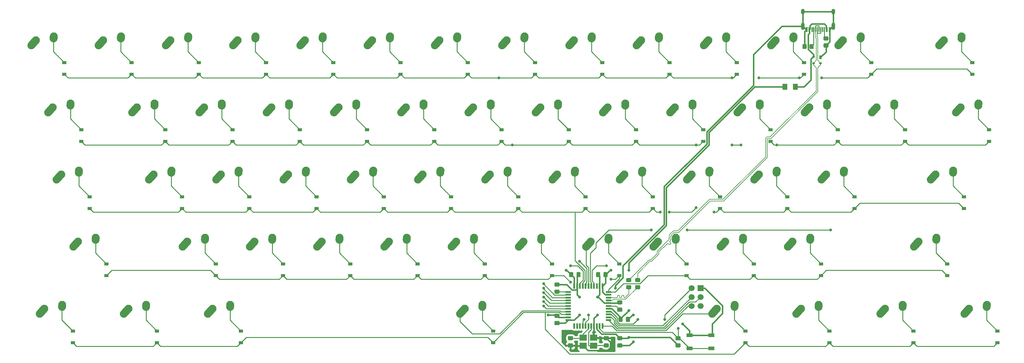
<source format=gbr>
G04 #@! TF.GenerationSoftware,KiCad,Pcbnew,(5.1.9)-1*
G04 #@! TF.CreationDate,2021-03-29T17:21:37+03:00*
G04 #@! TF.ProjectId,hotshot_keyboard,686f7473-686f-4745-9f6b-6579626f6172,rev?*
G04 #@! TF.SameCoordinates,Original*
G04 #@! TF.FileFunction,Copper,L2,Bot*
G04 #@! TF.FilePolarity,Positive*
%FSLAX46Y46*%
G04 Gerber Fmt 4.6, Leading zero omitted, Abs format (unit mm)*
G04 Created by KiCad (PCBNEW (5.1.9)-1) date 2021-03-29 17:21:37*
%MOMM*%
%LPD*%
G01*
G04 APERTURE LIST*
G04 #@! TA.AperFunction,ComponentPad*
%ADD10C,2.250000*%
G04 #@! TD*
G04 #@! TA.AperFunction,SMDPad,CuDef*
%ADD11R,1.200000X0.900000*%
G04 #@! TD*
G04 #@! TA.AperFunction,SMDPad,CuDef*
%ADD12R,0.700000X0.600000*%
G04 #@! TD*
G04 #@! TA.AperFunction,SMDPad,CuDef*
%ADD13R,0.700000X1.000000*%
G04 #@! TD*
G04 #@! TA.AperFunction,SMDPad,CuDef*
%ADD14R,2.100000X1.800000*%
G04 #@! TD*
G04 #@! TA.AperFunction,SMDPad,CuDef*
%ADD15R,0.550000X1.500000*%
G04 #@! TD*
G04 #@! TA.AperFunction,SMDPad,CuDef*
%ADD16R,1.500000X0.550000*%
G04 #@! TD*
G04 #@! TA.AperFunction,SMDPad,CuDef*
%ADD17R,1.800000X1.100000*%
G04 #@! TD*
G04 #@! TA.AperFunction,SMDPad,CuDef*
%ADD18R,0.600000X1.450000*%
G04 #@! TD*
G04 #@! TA.AperFunction,SMDPad,CuDef*
%ADD19R,0.300000X1.450000*%
G04 #@! TD*
G04 #@! TA.AperFunction,ComponentPad*
%ADD20O,1.000000X2.100000*%
G04 #@! TD*
G04 #@! TA.AperFunction,ComponentPad*
%ADD21O,1.000000X1.600000*%
G04 #@! TD*
G04 #@! TA.AperFunction,ComponentPad*
%ADD22R,1.700000X1.700000*%
G04 #@! TD*
G04 #@! TA.AperFunction,ComponentPad*
%ADD23C,1.700000*%
G04 #@! TD*
G04 #@! TA.AperFunction,ViaPad*
%ADD24C,0.800000*%
G04 #@! TD*
G04 #@! TA.AperFunction,Conductor*
%ADD25C,0.381000*%
G04 #@! TD*
G04 #@! TA.AperFunction,Conductor*
%ADD26C,0.254000*%
G04 #@! TD*
G04 #@! TA.AperFunction,Conductor*
%ADD27C,0.200000*%
G04 #@! TD*
G04 #@! TA.AperFunction,Conductor*
%ADD28C,0.100000*%
G04 #@! TD*
G04 APERTURE END LIST*
D10*
X168950000Y-57912500D03*
G04 #@! TA.AperFunction,ComponentPad*
G36*
G01*
X166888688Y-60209850D02*
X166888683Y-60209845D01*
G75*
G02*
X166802655Y-58621183I751317J837345D01*
G01*
X168112657Y-57161183D01*
G75*
G02*
X169701319Y-57075155I837345J-751317D01*
G01*
X169701319Y-57075155D01*
G75*
G02*
X169787347Y-58663817I-751317J-837345D01*
G01*
X168477345Y-60123817D01*
G75*
G02*
X166888683Y-60209845I-837345J751317D01*
G01*
G37*
G04 #@! TD.AperFunction*
X173990000Y-56832500D03*
G04 #@! TA.AperFunction,ComponentPad*
G36*
G01*
X173873483Y-58534895D02*
X173872597Y-58534834D01*
G75*
G02*
X172827666Y-57335097I77403J1122334D01*
G01*
X172867666Y-56755097D01*
G75*
G02*
X174067403Y-55710166I1122334J-77403D01*
G01*
X174067403Y-55710166D01*
G75*
G02*
X175112334Y-56909903I-77403J-1122334D01*
G01*
X175072334Y-57489903D01*
G75*
G02*
X173872597Y-58534834I-1122334J77403D01*
G01*
G37*
G04 #@! TD.AperFunction*
X207050000Y-57912500D03*
G04 #@! TA.AperFunction,ComponentPad*
G36*
G01*
X204988688Y-60209850D02*
X204988683Y-60209845D01*
G75*
G02*
X204902655Y-58621183I751317J837345D01*
G01*
X206212657Y-57161183D01*
G75*
G02*
X207801319Y-57075155I837345J-751317D01*
G01*
X207801319Y-57075155D01*
G75*
G02*
X207887347Y-58663817I-751317J-837345D01*
G01*
X206577345Y-60123817D01*
G75*
G02*
X204988683Y-60209845I-837345J751317D01*
G01*
G37*
G04 #@! TD.AperFunction*
X212090000Y-56832500D03*
G04 #@! TA.AperFunction,ComponentPad*
G36*
G01*
X211973483Y-58534895D02*
X211972597Y-58534834D01*
G75*
G02*
X210927666Y-57335097I77403J1122334D01*
G01*
X210967666Y-56755097D01*
G75*
G02*
X212167403Y-55710166I1122334J-77403D01*
G01*
X212167403Y-55710166D01*
G75*
G02*
X213212334Y-56909903I-77403J-1122334D01*
G01*
X213172334Y-57489903D01*
G75*
G02*
X211972597Y-58534834I-1122334J77403D01*
G01*
G37*
G04 #@! TD.AperFunction*
X142756250Y-96012500D03*
G04 #@! TA.AperFunction,ComponentPad*
G36*
G01*
X140694938Y-98309850D02*
X140694933Y-98309845D01*
G75*
G02*
X140608905Y-96721183I751317J837345D01*
G01*
X141918907Y-95261183D01*
G75*
G02*
X143507569Y-95175155I837345J-751317D01*
G01*
X143507569Y-95175155D01*
G75*
G02*
X143593597Y-96763817I-751317J-837345D01*
G01*
X142283595Y-98223817D01*
G75*
G02*
X140694933Y-98309845I-837345J751317D01*
G01*
G37*
G04 #@! TD.AperFunction*
X147796250Y-94932500D03*
G04 #@! TA.AperFunction,ComponentPad*
G36*
G01*
X147679733Y-96634895D02*
X147678847Y-96634834D01*
G75*
G02*
X146633916Y-95435097I77403J1122334D01*
G01*
X146673916Y-94855097D01*
G75*
G02*
X147873653Y-93810166I1122334J-77403D01*
G01*
X147873653Y-93810166D01*
G75*
G02*
X148918584Y-95009903I-77403J-1122334D01*
G01*
X148878584Y-95589903D01*
G75*
G02*
X147678847Y-96634834I-1122334J77403D01*
G01*
G37*
G04 #@! TD.AperFunction*
G04 #@! TA.AperFunction,SMDPad,CuDef*
G36*
G01*
X235725000Y-33645000D02*
X235725000Y-32395000D01*
G75*
G02*
X235975000Y-32145000I250000J0D01*
G01*
X236900000Y-32145000D01*
G75*
G02*
X237150000Y-32395000I0J-250000D01*
G01*
X237150000Y-33645000D01*
G75*
G02*
X236900000Y-33895000I-250000J0D01*
G01*
X235975000Y-33895000D01*
G75*
G02*
X235725000Y-33645000I0J250000D01*
G01*
G37*
G04 #@! TD.AperFunction*
G04 #@! TA.AperFunction,SMDPad,CuDef*
G36*
G01*
X232750000Y-33645000D02*
X232750000Y-32395000D01*
G75*
G02*
X233000000Y-32145000I250000J0D01*
G01*
X233925000Y-32145000D01*
G75*
G02*
X234175000Y-32395000I0J-250000D01*
G01*
X234175000Y-33645000D01*
G75*
G02*
X233925000Y-33895000I-250000J0D01*
G01*
X233000000Y-33895000D01*
G75*
G02*
X232750000Y-33645000I0J250000D01*
G01*
G37*
G04 #@! TD.AperFunction*
X259437500Y-38862500D03*
G04 #@! TA.AperFunction,ComponentPad*
G36*
G01*
X257376188Y-41159850D02*
X257376183Y-41159845D01*
G75*
G02*
X257290155Y-39571183I751317J837345D01*
G01*
X258600157Y-38111183D01*
G75*
G02*
X260188819Y-38025155I837345J-751317D01*
G01*
X260188819Y-38025155D01*
G75*
G02*
X260274847Y-39613817I-751317J-837345D01*
G01*
X258964845Y-41073817D01*
G75*
G02*
X257376183Y-41159845I-837345J751317D01*
G01*
G37*
G04 #@! TD.AperFunction*
X264477500Y-37782500D03*
G04 #@! TA.AperFunction,ComponentPad*
G36*
G01*
X264360983Y-39484895D02*
X264360097Y-39484834D01*
G75*
G02*
X263315166Y-38285097I77403J1122334D01*
G01*
X263355166Y-37705097D01*
G75*
G02*
X264554903Y-36660166I1122334J-77403D01*
G01*
X264554903Y-36660166D01*
G75*
G02*
X265599834Y-37859903I-77403J-1122334D01*
G01*
X265559834Y-38439903D01*
G75*
G02*
X264360097Y-39484834I-1122334J77403D01*
G01*
G37*
G04 #@! TD.AperFunction*
X216575000Y-76962500D03*
G04 #@! TA.AperFunction,ComponentPad*
G36*
G01*
X214513688Y-79259850D02*
X214513683Y-79259845D01*
G75*
G02*
X214427655Y-77671183I751317J837345D01*
G01*
X215737657Y-76211183D01*
G75*
G02*
X217326319Y-76125155I837345J-751317D01*
G01*
X217326319Y-76125155D01*
G75*
G02*
X217412347Y-77713817I-751317J-837345D01*
G01*
X216102345Y-79173817D01*
G75*
G02*
X214513683Y-79259845I-837345J751317D01*
G01*
G37*
G04 #@! TD.AperFunction*
X221615000Y-75882500D03*
G04 #@! TA.AperFunction,ComponentPad*
G36*
G01*
X221498483Y-77584895D02*
X221497597Y-77584834D01*
G75*
G02*
X220452666Y-76385097I77403J1122334D01*
G01*
X220492666Y-75805097D01*
G75*
G02*
X221692403Y-74760166I1122334J-77403D01*
G01*
X221692403Y-74760166D01*
G75*
G02*
X222737334Y-75959903I-77403J-1122334D01*
G01*
X222697334Y-76539903D01*
G75*
G02*
X221497597Y-77584834I-1122334J77403D01*
G01*
G37*
G04 #@! TD.AperFunction*
X54650000Y-57912500D03*
G04 #@! TA.AperFunction,ComponentPad*
G36*
G01*
X52588688Y-60209850D02*
X52588683Y-60209845D01*
G75*
G02*
X52502655Y-58621183I751317J837345D01*
G01*
X53812657Y-57161183D01*
G75*
G02*
X55401319Y-57075155I837345J-751317D01*
G01*
X55401319Y-57075155D01*
G75*
G02*
X55487347Y-58663817I-751317J-837345D01*
G01*
X54177345Y-60123817D01*
G75*
G02*
X52588683Y-60209845I-837345J751317D01*
G01*
G37*
G04 #@! TD.AperFunction*
X59690000Y-56832500D03*
G04 #@! TA.AperFunction,ComponentPad*
G36*
G01*
X59573483Y-58534895D02*
X59572597Y-58534834D01*
G75*
G02*
X58527666Y-57335097I77403J1122334D01*
G01*
X58567666Y-56755097D01*
G75*
G02*
X59767403Y-55710166I1122334J-77403D01*
G01*
X59767403Y-55710166D01*
G75*
G02*
X60812334Y-56909903I-77403J-1122334D01*
G01*
X60772334Y-57489903D01*
G75*
G02*
X59572597Y-58534834I-1122334J77403D01*
G01*
G37*
G04 #@! TD.AperFunction*
X240387500Y-38862500D03*
G04 #@! TA.AperFunction,ComponentPad*
G36*
G01*
X238326188Y-41159850D02*
X238326183Y-41159845D01*
G75*
G02*
X238240155Y-39571183I751317J837345D01*
G01*
X239550157Y-38111183D01*
G75*
G02*
X241138819Y-38025155I837345J-751317D01*
G01*
X241138819Y-38025155D01*
G75*
G02*
X241224847Y-39613817I-751317J-837345D01*
G01*
X239914845Y-41073817D01*
G75*
G02*
X238326183Y-41159845I-837345J751317D01*
G01*
G37*
G04 #@! TD.AperFunction*
X245427500Y-37782500D03*
G04 #@! TA.AperFunction,ComponentPad*
G36*
G01*
X245310983Y-39484895D02*
X245310097Y-39484834D01*
G75*
G02*
X244265166Y-38285097I77403J1122334D01*
G01*
X244305166Y-37705097D01*
G75*
G02*
X245504903Y-36660166I1122334J-77403D01*
G01*
X245504903Y-36660166D01*
G75*
G02*
X246549834Y-37859903I-77403J-1122334D01*
G01*
X246509834Y-38439903D01*
G75*
G02*
X245310097Y-39484834I-1122334J77403D01*
G01*
G37*
G04 #@! TD.AperFunction*
X49887500Y-38862500D03*
G04 #@! TA.AperFunction,ComponentPad*
G36*
G01*
X47826188Y-41159850D02*
X47826183Y-41159845D01*
G75*
G02*
X47740155Y-39571183I751317J837345D01*
G01*
X49050157Y-38111183D01*
G75*
G02*
X50638819Y-38025155I837345J-751317D01*
G01*
X50638819Y-38025155D01*
G75*
G02*
X50724847Y-39613817I-751317J-837345D01*
G01*
X49414845Y-41073817D01*
G75*
G02*
X47826183Y-41159845I-837345J751317D01*
G01*
G37*
G04 #@! TD.AperFunction*
X54927500Y-37782500D03*
G04 #@! TA.AperFunction,ComponentPad*
G36*
G01*
X54810983Y-39484895D02*
X54810097Y-39484834D01*
G75*
G02*
X53765166Y-38285097I77403J1122334D01*
G01*
X53805166Y-37705097D01*
G75*
G02*
X55004903Y-36660166I1122334J-77403D01*
G01*
X55004903Y-36660166D01*
G75*
G02*
X56049834Y-37859903I-77403J-1122334D01*
G01*
X56009834Y-38439903D01*
G75*
G02*
X54810097Y-39484834I-1122334J77403D01*
G01*
G37*
G04 #@! TD.AperFunction*
X154662500Y-19812500D03*
G04 #@! TA.AperFunction,ComponentPad*
G36*
G01*
X152601188Y-22109850D02*
X152601183Y-22109845D01*
G75*
G02*
X152515155Y-20521183I751317J837345D01*
G01*
X153825157Y-19061183D01*
G75*
G02*
X155413819Y-18975155I837345J-751317D01*
G01*
X155413819Y-18975155D01*
G75*
G02*
X155499847Y-20563817I-751317J-837345D01*
G01*
X154189845Y-22023817D01*
G75*
G02*
X152601183Y-22109845I-837345J751317D01*
G01*
G37*
G04 #@! TD.AperFunction*
X159702500Y-18732500D03*
G04 #@! TA.AperFunction,ComponentPad*
G36*
G01*
X159585983Y-20434895D02*
X159585097Y-20434834D01*
G75*
G02*
X158540166Y-19235097I77403J1122334D01*
G01*
X158580166Y-18655097D01*
G75*
G02*
X159779903Y-17610166I1122334J-77403D01*
G01*
X159779903Y-17610166D01*
G75*
G02*
X160824834Y-18809903I-77403J-1122334D01*
G01*
X160784834Y-19389903D01*
G75*
G02*
X159585097Y-20434834I-1122334J77403D01*
G01*
G37*
G04 #@! TD.AperFunction*
X135612500Y-19812500D03*
G04 #@! TA.AperFunction,ComponentPad*
G36*
G01*
X133551188Y-22109850D02*
X133551183Y-22109845D01*
G75*
G02*
X133465155Y-20521183I751317J837345D01*
G01*
X134775157Y-19061183D01*
G75*
G02*
X136363819Y-18975155I837345J-751317D01*
G01*
X136363819Y-18975155D01*
G75*
G02*
X136449847Y-20563817I-751317J-837345D01*
G01*
X135139845Y-22023817D01*
G75*
G02*
X133551183Y-22109845I-837345J751317D01*
G01*
G37*
G04 #@! TD.AperFunction*
X140652500Y-18732500D03*
G04 #@! TA.AperFunction,ComponentPad*
G36*
G01*
X140535983Y-20434895D02*
X140535097Y-20434834D01*
G75*
G02*
X139490166Y-19235097I77403J1122334D01*
G01*
X139530166Y-18655097D01*
G75*
G02*
X140729903Y-17610166I1122334J-77403D01*
G01*
X140729903Y-17610166D01*
G75*
G02*
X141774834Y-18809903I-77403J-1122334D01*
G01*
X141734834Y-19389903D01*
G75*
G02*
X140535097Y-20434834I-1122334J77403D01*
G01*
G37*
G04 #@! TD.AperFunction*
X78462500Y-19812500D03*
G04 #@! TA.AperFunction,ComponentPad*
G36*
G01*
X76401188Y-22109850D02*
X76401183Y-22109845D01*
G75*
G02*
X76315155Y-20521183I751317J837345D01*
G01*
X77625157Y-19061183D01*
G75*
G02*
X79213819Y-18975155I837345J-751317D01*
G01*
X79213819Y-18975155D01*
G75*
G02*
X79299847Y-20563817I-751317J-837345D01*
G01*
X77989845Y-22023817D01*
G75*
G02*
X76401183Y-22109845I-837345J751317D01*
G01*
G37*
G04 #@! TD.AperFunction*
X83502500Y-18732500D03*
G04 #@! TA.AperFunction,ComponentPad*
G36*
G01*
X83385983Y-20434895D02*
X83385097Y-20434834D01*
G75*
G02*
X82340166Y-19235097I77403J1122334D01*
G01*
X82380166Y-18655097D01*
G75*
G02*
X83579903Y-17610166I1122334J-77403D01*
G01*
X83579903Y-17610166D01*
G75*
G02*
X84624834Y-18809903I-77403J-1122334D01*
G01*
X84584834Y-19389903D01*
G75*
G02*
X83385097Y-20434834I-1122334J77403D01*
G01*
G37*
G04 #@! TD.AperFunction*
D11*
X238918750Y-26131250D03*
X238918750Y-29431250D03*
D10*
X116562500Y-19812500D03*
G04 #@! TA.AperFunction,ComponentPad*
G36*
G01*
X114501188Y-22109850D02*
X114501183Y-22109845D01*
G75*
G02*
X114415155Y-20521183I751317J837345D01*
G01*
X115725157Y-19061183D01*
G75*
G02*
X117313819Y-18975155I837345J-751317D01*
G01*
X117313819Y-18975155D01*
G75*
G02*
X117399847Y-20563817I-751317J-837345D01*
G01*
X116089845Y-22023817D01*
G75*
G02*
X114501183Y-22109845I-837345J751317D01*
G01*
G37*
G04 #@! TD.AperFunction*
X121602500Y-18732500D03*
G04 #@! TA.AperFunction,ComponentPad*
G36*
G01*
X121485983Y-20434895D02*
X121485097Y-20434834D01*
G75*
G02*
X120440166Y-19235097I77403J1122334D01*
G01*
X120480166Y-18655097D01*
G75*
G02*
X121679903Y-17610166I1122334J-77403D01*
G01*
X121679903Y-17610166D01*
G75*
G02*
X122724834Y-18809903I-77403J-1122334D01*
G01*
X122684834Y-19389903D01*
G75*
G02*
X121485097Y-20434834I-1122334J77403D01*
G01*
G37*
G04 #@! TD.AperFunction*
X21312500Y-19812500D03*
G04 #@! TA.AperFunction,ComponentPad*
G36*
G01*
X19251188Y-22109850D02*
X19251183Y-22109845D01*
G75*
G02*
X19165155Y-20521183I751317J837345D01*
G01*
X20475157Y-19061183D01*
G75*
G02*
X22063819Y-18975155I837345J-751317D01*
G01*
X22063819Y-18975155D01*
G75*
G02*
X22149847Y-20563817I-751317J-837345D01*
G01*
X20839845Y-22023817D01*
G75*
G02*
X19251183Y-22109845I-837345J751317D01*
G01*
G37*
G04 #@! TD.AperFunction*
X26352500Y-18732500D03*
G04 #@! TA.AperFunction,ComponentPad*
G36*
G01*
X26235983Y-20434895D02*
X26235097Y-20434834D01*
G75*
G02*
X25190166Y-19235097I77403J1122334D01*
G01*
X25230166Y-18655097D01*
G75*
G02*
X26429903Y-17610166I1122334J-77403D01*
G01*
X26429903Y-17610166D01*
G75*
G02*
X27474834Y-18809903I-77403J-1122334D01*
G01*
X27434834Y-19389903D01*
G75*
G02*
X26235097Y-20434834I-1122334J77403D01*
G01*
G37*
G04 #@! TD.AperFunction*
X226100000Y-57912500D03*
G04 #@! TA.AperFunction,ComponentPad*
G36*
G01*
X224038688Y-60209850D02*
X224038683Y-60209845D01*
G75*
G02*
X223952655Y-58621183I751317J837345D01*
G01*
X225262657Y-57161183D01*
G75*
G02*
X226851319Y-57075155I837345J-751317D01*
G01*
X226851319Y-57075155D01*
G75*
G02*
X226937347Y-58663817I-751317J-837345D01*
G01*
X225627345Y-60123817D01*
G75*
G02*
X224038683Y-60209845I-837345J751317D01*
G01*
G37*
G04 #@! TD.AperFunction*
X231140000Y-56832500D03*
G04 #@! TA.AperFunction,ComponentPad*
G36*
G01*
X231023483Y-58534895D02*
X231022597Y-58534834D01*
G75*
G02*
X229977666Y-57335097I77403J1122334D01*
G01*
X230017666Y-56755097D01*
G75*
G02*
X231217403Y-55710166I1122334J-77403D01*
G01*
X231217403Y-55710166D01*
G75*
G02*
X232262334Y-56909903I-77403J-1122334D01*
G01*
X232222334Y-57489903D01*
G75*
G02*
X231022597Y-58534834I-1122334J77403D01*
G01*
G37*
G04 #@! TD.AperFunction*
X197525000Y-76962500D03*
G04 #@! TA.AperFunction,ComponentPad*
G36*
G01*
X195463688Y-79259850D02*
X195463683Y-79259845D01*
G75*
G02*
X195377655Y-77671183I751317J837345D01*
G01*
X196687657Y-76211183D01*
G75*
G02*
X198276319Y-76125155I837345J-751317D01*
G01*
X198276319Y-76125155D01*
G75*
G02*
X198362347Y-77713817I-751317J-837345D01*
G01*
X197052345Y-79173817D01*
G75*
G02*
X195463683Y-79259845I-837345J751317D01*
G01*
G37*
G04 #@! TD.AperFunction*
X202565000Y-75882500D03*
G04 #@! TA.AperFunction,ComponentPad*
G36*
G01*
X202448483Y-77584895D02*
X202447597Y-77584834D01*
G75*
G02*
X201402666Y-76385097I77403J1122334D01*
G01*
X201442666Y-75805097D01*
G75*
G02*
X202642403Y-74760166I1122334J-77403D01*
G01*
X202642403Y-74760166D01*
G75*
G02*
X203687334Y-75959903I-77403J-1122334D01*
G01*
X203647334Y-76539903D01*
G75*
G02*
X202447597Y-77584834I-1122334J77403D01*
G01*
G37*
G04 #@! TD.AperFunction*
G04 #@! TA.AperFunction,SMDPad,CuDef*
G36*
G01*
X186215000Y-105860000D02*
X187165000Y-105860000D01*
G75*
G02*
X187415000Y-106110000I0J-250000D01*
G01*
X187415000Y-106785000D01*
G75*
G02*
X187165000Y-107035000I-250000J0D01*
G01*
X186215000Y-107035000D01*
G75*
G02*
X185965000Y-106785000I0J250000D01*
G01*
X185965000Y-106110000D01*
G75*
G02*
X186215000Y-105860000I250000J0D01*
G01*
G37*
G04 #@! TD.AperFunction*
G04 #@! TA.AperFunction,SMDPad,CuDef*
G36*
G01*
X186215000Y-103785000D02*
X187165000Y-103785000D01*
G75*
G02*
X187415000Y-104035000I0J-250000D01*
G01*
X187415000Y-104710000D01*
G75*
G02*
X187165000Y-104960000I-250000J0D01*
G01*
X186215000Y-104960000D01*
G75*
G02*
X185965000Y-104710000I0J250000D01*
G01*
X185965000Y-104035000D01*
G75*
G02*
X186215000Y-103785000I250000J0D01*
G01*
G37*
G04 #@! TD.AperFunction*
X249912500Y-19812500D03*
G04 #@! TA.AperFunction,ComponentPad*
G36*
G01*
X247851188Y-22109850D02*
X247851183Y-22109845D01*
G75*
G02*
X247765155Y-20521183I751317J837345D01*
G01*
X249075157Y-19061183D01*
G75*
G02*
X250663819Y-18975155I837345J-751317D01*
G01*
X250663819Y-18975155D01*
G75*
G02*
X250749847Y-20563817I-751317J-837345D01*
G01*
X249439845Y-22023817D01*
G75*
G02*
X247851183Y-22109845I-837345J751317D01*
G01*
G37*
G04 #@! TD.AperFunction*
X254952500Y-18732500D03*
G04 #@! TA.AperFunction,ComponentPad*
G36*
G01*
X254835983Y-20434895D02*
X254835097Y-20434834D01*
G75*
G02*
X253790166Y-19235097I77403J1122334D01*
G01*
X253830166Y-18655097D01*
G75*
G02*
X255029903Y-17610166I1122334J-77403D01*
G01*
X255029903Y-17610166D01*
G75*
G02*
X256074834Y-18809903I-77403J-1122334D01*
G01*
X256034834Y-19389903D01*
G75*
G02*
X254835097Y-20434834I-1122334J77403D01*
G01*
G37*
G04 #@! TD.AperFunction*
X285631250Y-96012500D03*
G04 #@! TA.AperFunction,ComponentPad*
G36*
G01*
X283569938Y-98309850D02*
X283569933Y-98309845D01*
G75*
G02*
X283483905Y-96721183I751317J837345D01*
G01*
X284793907Y-95261183D01*
G75*
G02*
X286382569Y-95175155I837345J-751317D01*
G01*
X286382569Y-95175155D01*
G75*
G02*
X286468597Y-96763817I-751317J-837345D01*
G01*
X285158595Y-98223817D01*
G75*
G02*
X283569933Y-98309845I-837345J751317D01*
G01*
G37*
G04 #@! TD.AperFunction*
X290671250Y-94932500D03*
G04 #@! TA.AperFunction,ComponentPad*
G36*
G01*
X290554733Y-96634895D02*
X290553847Y-96634834D01*
G75*
G02*
X289508916Y-95435097I77403J1122334D01*
G01*
X289548916Y-94855097D01*
G75*
G02*
X290748653Y-93810166I1122334J-77403D01*
G01*
X290748653Y-93810166D01*
G75*
G02*
X291793584Y-95009903I-77403J-1122334D01*
G01*
X291753584Y-95589903D01*
G75*
G02*
X290553847Y-96634834I-1122334J77403D01*
G01*
G37*
G04 #@! TD.AperFunction*
D12*
X241570000Y-26350000D03*
X243570000Y-26350000D03*
X241570000Y-24450000D03*
D13*
X243570000Y-24650000D03*
D10*
X271343750Y-76962500D03*
G04 #@! TA.AperFunction,ComponentPad*
G36*
G01*
X269282438Y-79259850D02*
X269282433Y-79259845D01*
G75*
G02*
X269196405Y-77671183I751317J837345D01*
G01*
X270506407Y-76211183D01*
G75*
G02*
X272095069Y-76125155I837345J-751317D01*
G01*
X272095069Y-76125155D01*
G75*
G02*
X272181097Y-77713817I-751317J-837345D01*
G01*
X270871095Y-79173817D01*
G75*
G02*
X269282433Y-79259845I-837345J751317D01*
G01*
G37*
G04 #@! TD.AperFunction*
X276383750Y-75882500D03*
G04 #@! TA.AperFunction,ComponentPad*
G36*
G01*
X276267233Y-77584895D02*
X276266347Y-77584834D01*
G75*
G02*
X275221416Y-76385097I77403J1122334D01*
G01*
X275261416Y-75805097D01*
G75*
G02*
X276461153Y-74760166I1122334J-77403D01*
G01*
X276461153Y-74760166D01*
G75*
G02*
X277506084Y-75959903I-77403J-1122334D01*
G01*
X277466084Y-76539903D01*
G75*
G02*
X276266347Y-77584834I-1122334J77403D01*
G01*
G37*
G04 #@! TD.AperFunction*
D14*
X176350000Y-106560000D03*
X179250000Y-106560000D03*
X179250000Y-104260000D03*
X176350000Y-104260000D03*
D15*
X181800000Y-89550000D03*
X181000000Y-89550000D03*
X180200000Y-89550000D03*
X179400000Y-89550000D03*
X178600000Y-89550000D03*
X177800000Y-89550000D03*
X177000000Y-89550000D03*
X176200000Y-89550000D03*
X175400000Y-89550000D03*
X174600000Y-89550000D03*
X173800000Y-89550000D03*
D16*
X172100000Y-91250000D03*
X172100000Y-92050000D03*
X172100000Y-92850000D03*
X172100000Y-93650000D03*
X172100000Y-94450000D03*
X172100000Y-95250000D03*
X172100000Y-96050000D03*
X172100000Y-96850000D03*
X172100000Y-97650000D03*
X172100000Y-98450000D03*
X172100000Y-99250000D03*
D15*
X173800000Y-100950000D03*
X174600000Y-100950000D03*
X175400000Y-100950000D03*
X176200000Y-100950000D03*
X177000000Y-100950000D03*
X177800000Y-100950000D03*
X178600000Y-100950000D03*
X179400000Y-100950000D03*
X180200000Y-100950000D03*
X181000000Y-100950000D03*
X181800000Y-100950000D03*
D16*
X183500000Y-99250000D03*
X183500000Y-98450000D03*
X183500000Y-97650000D03*
X183500000Y-96850000D03*
X183500000Y-96050000D03*
X183500000Y-95250000D03*
X183500000Y-94450000D03*
X183500000Y-93650000D03*
X183500000Y-92850000D03*
X183500000Y-92050000D03*
X183500000Y-91250000D03*
D17*
X206450000Y-107260000D03*
X212650000Y-107260000D03*
X206450000Y-103560000D03*
X212650000Y-103560000D03*
G04 #@! TA.AperFunction,SMDPad,CuDef*
G36*
G01*
X244659999Y-18704000D02*
X245560001Y-18704000D01*
G75*
G02*
X245810000Y-18953999I0J-249999D01*
G01*
X245810000Y-19654001D01*
G75*
G02*
X245560001Y-19904000I-249999J0D01*
G01*
X244659999Y-19904000D01*
G75*
G02*
X244410000Y-19654001I0J249999D01*
G01*
X244410000Y-18953999D01*
G75*
G02*
X244659999Y-18704000I249999J0D01*
G01*
G37*
G04 #@! TD.AperFunction*
G04 #@! TA.AperFunction,SMDPad,CuDef*
G36*
G01*
X244659999Y-20704000D02*
X245560001Y-20704000D01*
G75*
G02*
X245810000Y-20953999I0J-249999D01*
G01*
X245810000Y-21654001D01*
G75*
G02*
X245560001Y-21904000I-249999J0D01*
G01*
X244659999Y-21904000D01*
G75*
G02*
X244410000Y-21654001I0J249999D01*
G01*
X244410000Y-20953999D01*
G75*
G02*
X244659999Y-20704000I249999J0D01*
G01*
G37*
G04 #@! TD.AperFunction*
G04 #@! TA.AperFunction,SMDPad,CuDef*
G36*
G01*
X239630000Y-21139999D02*
X239630000Y-22040001D01*
G75*
G02*
X239380001Y-22290000I-249999J0D01*
G01*
X238679999Y-22290000D01*
G75*
G02*
X238430000Y-22040001I0J249999D01*
G01*
X238430000Y-21139999D01*
G75*
G02*
X238679999Y-20890000I249999J0D01*
G01*
X239380001Y-20890000D01*
G75*
G02*
X239630000Y-21139999I0J-249999D01*
G01*
G37*
G04 #@! TD.AperFunction*
G04 #@! TA.AperFunction,SMDPad,CuDef*
G36*
G01*
X241630000Y-21139999D02*
X241630000Y-22040001D01*
G75*
G02*
X241380001Y-22290000I-249999J0D01*
G01*
X240679999Y-22290000D01*
G75*
G02*
X240430000Y-22040001I0J249999D01*
G01*
X240430000Y-21139999D01*
G75*
G02*
X240679999Y-20890000I249999J0D01*
G01*
X241380001Y-20890000D01*
G75*
G02*
X241630000Y-21139999I0J-249999D01*
G01*
G37*
G04 #@! TD.AperFunction*
G04 #@! TA.AperFunction,SMDPad,CuDef*
G36*
G01*
X192220001Y-88500000D02*
X191319999Y-88500000D01*
G75*
G02*
X191070000Y-88250001I0J249999D01*
G01*
X191070000Y-87549999D01*
G75*
G02*
X191319999Y-87300000I249999J0D01*
G01*
X192220001Y-87300000D01*
G75*
G02*
X192470000Y-87549999I0J-249999D01*
G01*
X192470000Y-88250001D01*
G75*
G02*
X192220001Y-88500000I-249999J0D01*
G01*
G37*
G04 #@! TD.AperFunction*
G04 #@! TA.AperFunction,SMDPad,CuDef*
G36*
G01*
X192220001Y-90500000D02*
X191319999Y-90500000D01*
G75*
G02*
X191070000Y-90250001I0J249999D01*
G01*
X191070000Y-89549999D01*
G75*
G02*
X191319999Y-89300000I249999J0D01*
G01*
X192220001Y-89300000D01*
G75*
G02*
X192470000Y-89549999I0J-249999D01*
G01*
X192470000Y-90250001D01*
G75*
G02*
X192220001Y-90500000I-249999J0D01*
G01*
G37*
G04 #@! TD.AperFunction*
G04 #@! TA.AperFunction,SMDPad,CuDef*
G36*
G01*
X189680001Y-88500000D02*
X188779999Y-88500000D01*
G75*
G02*
X188530000Y-88250001I0J249999D01*
G01*
X188530000Y-87549999D01*
G75*
G02*
X188779999Y-87300000I249999J0D01*
G01*
X189680001Y-87300000D01*
G75*
G02*
X189930000Y-87549999I0J-249999D01*
G01*
X189930000Y-88250001D01*
G75*
G02*
X189680001Y-88500000I-249999J0D01*
G01*
G37*
G04 #@! TD.AperFunction*
G04 #@! TA.AperFunction,SMDPad,CuDef*
G36*
G01*
X189680001Y-90500000D02*
X188779999Y-90500000D01*
G75*
G02*
X188530000Y-90250001I0J249999D01*
G01*
X188530000Y-89549999D01*
G75*
G02*
X188779999Y-89300000I249999J0D01*
G01*
X189680001Y-89300000D01*
G75*
G02*
X189930000Y-89549999I0J-249999D01*
G01*
X189930000Y-90250001D01*
G75*
G02*
X189680001Y-90500000I-249999J0D01*
G01*
G37*
G04 #@! TD.AperFunction*
G04 #@! TA.AperFunction,SMDPad,CuDef*
G36*
G01*
X169360001Y-89770000D02*
X168459999Y-89770000D01*
G75*
G02*
X168210000Y-89520001I0J249999D01*
G01*
X168210000Y-88819999D01*
G75*
G02*
X168459999Y-88570000I249999J0D01*
G01*
X169360001Y-88570000D01*
G75*
G02*
X169610000Y-88819999I0J-249999D01*
G01*
X169610000Y-89520001D01*
G75*
G02*
X169360001Y-89770000I-249999J0D01*
G01*
G37*
G04 #@! TD.AperFunction*
G04 #@! TA.AperFunction,SMDPad,CuDef*
G36*
G01*
X169360001Y-91770000D02*
X168459999Y-91770000D01*
G75*
G02*
X168210000Y-91520001I0J249999D01*
G01*
X168210000Y-90819999D01*
G75*
G02*
X168459999Y-90570000I249999J0D01*
G01*
X169360001Y-90570000D01*
G75*
G02*
X169610000Y-90819999I0J-249999D01*
G01*
X169610000Y-91520001D01*
G75*
G02*
X169360001Y-91770000I-249999J0D01*
G01*
G37*
G04 #@! TD.AperFunction*
G04 #@! TA.AperFunction,SMDPad,CuDef*
G36*
G01*
X202749999Y-105810000D02*
X203650001Y-105810000D01*
G75*
G02*
X203900000Y-106059999I0J-249999D01*
G01*
X203900000Y-106760001D01*
G75*
G02*
X203650001Y-107010000I-249999J0D01*
G01*
X202749999Y-107010000D01*
G75*
G02*
X202500000Y-106760001I0J249999D01*
G01*
X202500000Y-106059999D01*
G75*
G02*
X202749999Y-105810000I249999J0D01*
G01*
G37*
G04 #@! TD.AperFunction*
G04 #@! TA.AperFunction,SMDPad,CuDef*
G36*
G01*
X202749999Y-103810000D02*
X203650001Y-103810000D01*
G75*
G02*
X203900000Y-104059999I0J-249999D01*
G01*
X203900000Y-104760001D01*
G75*
G02*
X203650001Y-105010000I-249999J0D01*
G01*
X202749999Y-105010000D01*
G75*
G02*
X202500000Y-104760001I0J249999D01*
G01*
X202500000Y-104059999D01*
G75*
G02*
X202749999Y-103810000I249999J0D01*
G01*
G37*
G04 #@! TD.AperFunction*
D10*
X261818750Y-96012500D03*
G04 #@! TA.AperFunction,ComponentPad*
G36*
G01*
X259757438Y-98309850D02*
X259757433Y-98309845D01*
G75*
G02*
X259671405Y-96721183I751317J837345D01*
G01*
X260981407Y-95261183D01*
G75*
G02*
X262570069Y-95175155I837345J-751317D01*
G01*
X262570069Y-95175155D01*
G75*
G02*
X262656097Y-96763817I-751317J-837345D01*
G01*
X261346095Y-98223817D01*
G75*
G02*
X259757433Y-98309845I-837345J751317D01*
G01*
G37*
G04 #@! TD.AperFunction*
X266858750Y-94932500D03*
G04 #@! TA.AperFunction,ComponentPad*
G36*
G01*
X266742233Y-96634895D02*
X266741347Y-96634834D01*
G75*
G02*
X265696416Y-95435097I77403J1122334D01*
G01*
X265736416Y-94855097D01*
G75*
G02*
X266936153Y-93810166I1122334J-77403D01*
G01*
X266936153Y-93810166D01*
G75*
G02*
X267981084Y-95009903I-77403J-1122334D01*
G01*
X267941084Y-95589903D01*
G75*
G02*
X266741347Y-96634834I-1122334J77403D01*
G01*
G37*
G04 #@! TD.AperFunction*
X238006250Y-96012500D03*
G04 #@! TA.AperFunction,ComponentPad*
G36*
G01*
X235944938Y-98309850D02*
X235944933Y-98309845D01*
G75*
G02*
X235858905Y-96721183I751317J837345D01*
G01*
X237168907Y-95261183D01*
G75*
G02*
X238757569Y-95175155I837345J-751317D01*
G01*
X238757569Y-95175155D01*
G75*
G02*
X238843597Y-96763817I-751317J-837345D01*
G01*
X237533595Y-98223817D01*
G75*
G02*
X235944933Y-98309845I-837345J751317D01*
G01*
G37*
G04 #@! TD.AperFunction*
X243046250Y-94932500D03*
G04 #@! TA.AperFunction,ComponentPad*
G36*
G01*
X242929733Y-96634895D02*
X242928847Y-96634834D01*
G75*
G02*
X241883916Y-95435097I77403J1122334D01*
G01*
X241923916Y-94855097D01*
G75*
G02*
X243123653Y-93810166I1122334J-77403D01*
G01*
X243123653Y-93810166D01*
G75*
G02*
X244168584Y-95009903I-77403J-1122334D01*
G01*
X244128584Y-95589903D01*
G75*
G02*
X242928847Y-96634834I-1122334J77403D01*
G01*
G37*
G04 #@! TD.AperFunction*
X214193750Y-96012500D03*
G04 #@! TA.AperFunction,ComponentPad*
G36*
G01*
X212132438Y-98309850D02*
X212132433Y-98309845D01*
G75*
G02*
X212046405Y-96721183I751317J837345D01*
G01*
X213356407Y-95261183D01*
G75*
G02*
X214945069Y-95175155I837345J-751317D01*
G01*
X214945069Y-95175155D01*
G75*
G02*
X215031097Y-96763817I-751317J-837345D01*
G01*
X213721095Y-98223817D01*
G75*
G02*
X212132433Y-98309845I-837345J751317D01*
G01*
G37*
G04 #@! TD.AperFunction*
X219233750Y-94932500D03*
G04 #@! TA.AperFunction,ComponentPad*
G36*
G01*
X219117233Y-96634895D02*
X219116347Y-96634834D01*
G75*
G02*
X218071416Y-95435097I77403J1122334D01*
G01*
X218111416Y-94855097D01*
G75*
G02*
X219311153Y-93810166I1122334J-77403D01*
G01*
X219311153Y-93810166D01*
G75*
G02*
X220356084Y-95009903I-77403J-1122334D01*
G01*
X220316084Y-95589903D01*
G75*
G02*
X219116347Y-96634834I-1122334J77403D01*
G01*
G37*
G04 #@! TD.AperFunction*
X71318750Y-96012500D03*
G04 #@! TA.AperFunction,ComponentPad*
G36*
G01*
X69257438Y-98309850D02*
X69257433Y-98309845D01*
G75*
G02*
X69171405Y-96721183I751317J837345D01*
G01*
X70481407Y-95261183D01*
G75*
G02*
X72070069Y-95175155I837345J-751317D01*
G01*
X72070069Y-95175155D01*
G75*
G02*
X72156097Y-96763817I-751317J-837345D01*
G01*
X70846095Y-98223817D01*
G75*
G02*
X69257433Y-98309845I-837345J751317D01*
G01*
G37*
G04 #@! TD.AperFunction*
X76358750Y-94932500D03*
G04 #@! TA.AperFunction,ComponentPad*
G36*
G01*
X76242233Y-96634895D02*
X76241347Y-96634834D01*
G75*
G02*
X75196416Y-95435097I77403J1122334D01*
G01*
X75236416Y-94855097D01*
G75*
G02*
X76436153Y-93810166I1122334J-77403D01*
G01*
X76436153Y-93810166D01*
G75*
G02*
X77481084Y-95009903I-77403J-1122334D01*
G01*
X77441084Y-95589903D01*
G75*
G02*
X76241347Y-96634834I-1122334J77403D01*
G01*
G37*
G04 #@! TD.AperFunction*
X47506250Y-96012500D03*
G04 #@! TA.AperFunction,ComponentPad*
G36*
G01*
X45444938Y-98309850D02*
X45444933Y-98309845D01*
G75*
G02*
X45358905Y-96721183I751317J837345D01*
G01*
X46668907Y-95261183D01*
G75*
G02*
X48257569Y-95175155I837345J-751317D01*
G01*
X48257569Y-95175155D01*
G75*
G02*
X48343597Y-96763817I-751317J-837345D01*
G01*
X47033595Y-98223817D01*
G75*
G02*
X45444933Y-98309845I-837345J751317D01*
G01*
G37*
G04 #@! TD.AperFunction*
X52546250Y-94932500D03*
G04 #@! TA.AperFunction,ComponentPad*
G36*
G01*
X52429733Y-96634895D02*
X52428847Y-96634834D01*
G75*
G02*
X51383916Y-95435097I77403J1122334D01*
G01*
X51423916Y-94855097D01*
G75*
G02*
X52623653Y-93810166I1122334J-77403D01*
G01*
X52623653Y-93810166D01*
G75*
G02*
X53668584Y-95009903I-77403J-1122334D01*
G01*
X53628584Y-95589903D01*
G75*
G02*
X52428847Y-96634834I-1122334J77403D01*
G01*
G37*
G04 #@! TD.AperFunction*
X23693750Y-96012500D03*
G04 #@! TA.AperFunction,ComponentPad*
G36*
G01*
X21632438Y-98309850D02*
X21632433Y-98309845D01*
G75*
G02*
X21546405Y-96721183I751317J837345D01*
G01*
X22856407Y-95261183D01*
G75*
G02*
X24445069Y-95175155I837345J-751317D01*
G01*
X24445069Y-95175155D01*
G75*
G02*
X24531097Y-96763817I-751317J-837345D01*
G01*
X23221095Y-98223817D01*
G75*
G02*
X21632433Y-98309845I-837345J751317D01*
G01*
G37*
G04 #@! TD.AperFunction*
X28733750Y-94932500D03*
G04 #@! TA.AperFunction,ComponentPad*
G36*
G01*
X28617233Y-96634895D02*
X28616347Y-96634834D01*
G75*
G02*
X27571416Y-95435097I77403J1122334D01*
G01*
X27611416Y-94855097D01*
G75*
G02*
X28811153Y-93810166I1122334J-77403D01*
G01*
X28811153Y-93810166D01*
G75*
G02*
X29856084Y-95009903I-77403J-1122334D01*
G01*
X29816084Y-95589903D01*
G75*
G02*
X28616347Y-96634834I-1122334J77403D01*
G01*
G37*
G04 #@! TD.AperFunction*
X235625000Y-76962500D03*
G04 #@! TA.AperFunction,ComponentPad*
G36*
G01*
X233563688Y-79259850D02*
X233563683Y-79259845D01*
G75*
G02*
X233477655Y-77671183I751317J837345D01*
G01*
X234787657Y-76211183D01*
G75*
G02*
X236376319Y-76125155I837345J-751317D01*
G01*
X236376319Y-76125155D01*
G75*
G02*
X236462347Y-77713817I-751317J-837345D01*
G01*
X235152345Y-79173817D01*
G75*
G02*
X233563683Y-79259845I-837345J751317D01*
G01*
G37*
G04 #@! TD.AperFunction*
X240665000Y-75882500D03*
G04 #@! TA.AperFunction,ComponentPad*
G36*
G01*
X240548483Y-77584895D02*
X240547597Y-77584834D01*
G75*
G02*
X239502666Y-76385097I77403J1122334D01*
G01*
X239542666Y-75805097D01*
G75*
G02*
X240742403Y-74760166I1122334J-77403D01*
G01*
X240742403Y-74760166D01*
G75*
G02*
X241787334Y-75959903I-77403J-1122334D01*
G01*
X241747334Y-76539903D01*
G75*
G02*
X240547597Y-77584834I-1122334J77403D01*
G01*
G37*
G04 #@! TD.AperFunction*
X178475000Y-76962500D03*
G04 #@! TA.AperFunction,ComponentPad*
G36*
G01*
X176413688Y-79259850D02*
X176413683Y-79259845D01*
G75*
G02*
X176327655Y-77671183I751317J837345D01*
G01*
X177637657Y-76211183D01*
G75*
G02*
X179226319Y-76125155I837345J-751317D01*
G01*
X179226319Y-76125155D01*
G75*
G02*
X179312347Y-77713817I-751317J-837345D01*
G01*
X178002345Y-79173817D01*
G75*
G02*
X176413683Y-79259845I-837345J751317D01*
G01*
G37*
G04 #@! TD.AperFunction*
X183515000Y-75882500D03*
G04 #@! TA.AperFunction,ComponentPad*
G36*
G01*
X183398483Y-77584895D02*
X183397597Y-77584834D01*
G75*
G02*
X182352666Y-76385097I77403J1122334D01*
G01*
X182392666Y-75805097D01*
G75*
G02*
X183592403Y-74760166I1122334J-77403D01*
G01*
X183592403Y-74760166D01*
G75*
G02*
X184637334Y-75959903I-77403J-1122334D01*
G01*
X184597334Y-76539903D01*
G75*
G02*
X183397597Y-77584834I-1122334J77403D01*
G01*
G37*
G04 #@! TD.AperFunction*
X159425000Y-76962500D03*
G04 #@! TA.AperFunction,ComponentPad*
G36*
G01*
X157363688Y-79259850D02*
X157363683Y-79259845D01*
G75*
G02*
X157277655Y-77671183I751317J837345D01*
G01*
X158587657Y-76211183D01*
G75*
G02*
X160176319Y-76125155I837345J-751317D01*
G01*
X160176319Y-76125155D01*
G75*
G02*
X160262347Y-77713817I-751317J-837345D01*
G01*
X158952345Y-79173817D01*
G75*
G02*
X157363683Y-79259845I-837345J751317D01*
G01*
G37*
G04 #@! TD.AperFunction*
X164465000Y-75882500D03*
G04 #@! TA.AperFunction,ComponentPad*
G36*
G01*
X164348483Y-77584895D02*
X164347597Y-77584834D01*
G75*
G02*
X163302666Y-76385097I77403J1122334D01*
G01*
X163342666Y-75805097D01*
G75*
G02*
X164542403Y-74760166I1122334J-77403D01*
G01*
X164542403Y-74760166D01*
G75*
G02*
X165587334Y-75959903I-77403J-1122334D01*
G01*
X165547334Y-76539903D01*
G75*
G02*
X164347597Y-77584834I-1122334J77403D01*
G01*
G37*
G04 #@! TD.AperFunction*
X140375000Y-76962500D03*
G04 #@! TA.AperFunction,ComponentPad*
G36*
G01*
X138313688Y-79259850D02*
X138313683Y-79259845D01*
G75*
G02*
X138227655Y-77671183I751317J837345D01*
G01*
X139537657Y-76211183D01*
G75*
G02*
X141126319Y-76125155I837345J-751317D01*
G01*
X141126319Y-76125155D01*
G75*
G02*
X141212347Y-77713817I-751317J-837345D01*
G01*
X139902345Y-79173817D01*
G75*
G02*
X138313683Y-79259845I-837345J751317D01*
G01*
G37*
G04 #@! TD.AperFunction*
X145415000Y-75882500D03*
G04 #@! TA.AperFunction,ComponentPad*
G36*
G01*
X145298483Y-77584895D02*
X145297597Y-77584834D01*
G75*
G02*
X144252666Y-76385097I77403J1122334D01*
G01*
X144292666Y-75805097D01*
G75*
G02*
X145492403Y-74760166I1122334J-77403D01*
G01*
X145492403Y-74760166D01*
G75*
G02*
X146537334Y-75959903I-77403J-1122334D01*
G01*
X146497334Y-76539903D01*
G75*
G02*
X145297597Y-77584834I-1122334J77403D01*
G01*
G37*
G04 #@! TD.AperFunction*
X121325000Y-76962500D03*
G04 #@! TA.AperFunction,ComponentPad*
G36*
G01*
X119263688Y-79259850D02*
X119263683Y-79259845D01*
G75*
G02*
X119177655Y-77671183I751317J837345D01*
G01*
X120487657Y-76211183D01*
G75*
G02*
X122076319Y-76125155I837345J-751317D01*
G01*
X122076319Y-76125155D01*
G75*
G02*
X122162347Y-77713817I-751317J-837345D01*
G01*
X120852345Y-79173817D01*
G75*
G02*
X119263683Y-79259845I-837345J751317D01*
G01*
G37*
G04 #@! TD.AperFunction*
X126365000Y-75882500D03*
G04 #@! TA.AperFunction,ComponentPad*
G36*
G01*
X126248483Y-77584895D02*
X126247597Y-77584834D01*
G75*
G02*
X125202666Y-76385097I77403J1122334D01*
G01*
X125242666Y-75805097D01*
G75*
G02*
X126442403Y-74760166I1122334J-77403D01*
G01*
X126442403Y-74760166D01*
G75*
G02*
X127487334Y-75959903I-77403J-1122334D01*
G01*
X127447334Y-76539903D01*
G75*
G02*
X126247597Y-77584834I-1122334J77403D01*
G01*
G37*
G04 #@! TD.AperFunction*
X102275000Y-76962500D03*
G04 #@! TA.AperFunction,ComponentPad*
G36*
G01*
X100213688Y-79259850D02*
X100213683Y-79259845D01*
G75*
G02*
X100127655Y-77671183I751317J837345D01*
G01*
X101437657Y-76211183D01*
G75*
G02*
X103026319Y-76125155I837345J-751317D01*
G01*
X103026319Y-76125155D01*
G75*
G02*
X103112347Y-77713817I-751317J-837345D01*
G01*
X101802345Y-79173817D01*
G75*
G02*
X100213683Y-79259845I-837345J751317D01*
G01*
G37*
G04 #@! TD.AperFunction*
X107315000Y-75882500D03*
G04 #@! TA.AperFunction,ComponentPad*
G36*
G01*
X107198483Y-77584895D02*
X107197597Y-77584834D01*
G75*
G02*
X106152666Y-76385097I77403J1122334D01*
G01*
X106192666Y-75805097D01*
G75*
G02*
X107392403Y-74760166I1122334J-77403D01*
G01*
X107392403Y-74760166D01*
G75*
G02*
X108437334Y-75959903I-77403J-1122334D01*
G01*
X108397334Y-76539903D01*
G75*
G02*
X107197597Y-77584834I-1122334J77403D01*
G01*
G37*
G04 #@! TD.AperFunction*
X83225000Y-76962500D03*
G04 #@! TA.AperFunction,ComponentPad*
G36*
G01*
X81163688Y-79259850D02*
X81163683Y-79259845D01*
G75*
G02*
X81077655Y-77671183I751317J837345D01*
G01*
X82387657Y-76211183D01*
G75*
G02*
X83976319Y-76125155I837345J-751317D01*
G01*
X83976319Y-76125155D01*
G75*
G02*
X84062347Y-77713817I-751317J-837345D01*
G01*
X82752345Y-79173817D01*
G75*
G02*
X81163683Y-79259845I-837345J751317D01*
G01*
G37*
G04 #@! TD.AperFunction*
X88265000Y-75882500D03*
G04 #@! TA.AperFunction,ComponentPad*
G36*
G01*
X88148483Y-77584895D02*
X88147597Y-77584834D01*
G75*
G02*
X87102666Y-76385097I77403J1122334D01*
G01*
X87142666Y-75805097D01*
G75*
G02*
X88342403Y-74760166I1122334J-77403D01*
G01*
X88342403Y-74760166D01*
G75*
G02*
X89387334Y-75959903I-77403J-1122334D01*
G01*
X89347334Y-76539903D01*
G75*
G02*
X88147597Y-77584834I-1122334J77403D01*
G01*
G37*
G04 #@! TD.AperFunction*
X64175000Y-76962500D03*
G04 #@! TA.AperFunction,ComponentPad*
G36*
G01*
X62113688Y-79259850D02*
X62113683Y-79259845D01*
G75*
G02*
X62027655Y-77671183I751317J837345D01*
G01*
X63337657Y-76211183D01*
G75*
G02*
X64926319Y-76125155I837345J-751317D01*
G01*
X64926319Y-76125155D01*
G75*
G02*
X65012347Y-77713817I-751317J-837345D01*
G01*
X63702345Y-79173817D01*
G75*
G02*
X62113683Y-79259845I-837345J751317D01*
G01*
G37*
G04 #@! TD.AperFunction*
X69215000Y-75882500D03*
G04 #@! TA.AperFunction,ComponentPad*
G36*
G01*
X69098483Y-77584895D02*
X69097597Y-77584834D01*
G75*
G02*
X68052666Y-76385097I77403J1122334D01*
G01*
X68092666Y-75805097D01*
G75*
G02*
X69292403Y-74760166I1122334J-77403D01*
G01*
X69292403Y-74760166D01*
G75*
G02*
X70337334Y-75959903I-77403J-1122334D01*
G01*
X70297334Y-76539903D01*
G75*
G02*
X69097597Y-77584834I-1122334J77403D01*
G01*
G37*
G04 #@! TD.AperFunction*
X33218750Y-76962500D03*
G04 #@! TA.AperFunction,ComponentPad*
G36*
G01*
X31157438Y-79259850D02*
X31157433Y-79259845D01*
G75*
G02*
X31071405Y-77671183I751317J837345D01*
G01*
X32381407Y-76211183D01*
G75*
G02*
X33970069Y-76125155I837345J-751317D01*
G01*
X33970069Y-76125155D01*
G75*
G02*
X34056097Y-77713817I-751317J-837345D01*
G01*
X32746095Y-79173817D01*
G75*
G02*
X31157433Y-79259845I-837345J751317D01*
G01*
G37*
G04 #@! TD.AperFunction*
X38258750Y-75882500D03*
G04 #@! TA.AperFunction,ComponentPad*
G36*
G01*
X38142233Y-77584895D02*
X38141347Y-77584834D01*
G75*
G02*
X37096416Y-76385097I77403J1122334D01*
G01*
X37136416Y-75805097D01*
G75*
G02*
X38336153Y-74760166I1122334J-77403D01*
G01*
X38336153Y-74760166D01*
G75*
G02*
X39381084Y-75959903I-77403J-1122334D01*
G01*
X39341084Y-76539903D01*
G75*
G02*
X38141347Y-77584834I-1122334J77403D01*
G01*
G37*
G04 #@! TD.AperFunction*
X276106250Y-57912500D03*
G04 #@! TA.AperFunction,ComponentPad*
G36*
G01*
X274044938Y-60209850D02*
X274044933Y-60209845D01*
G75*
G02*
X273958905Y-58621183I751317J837345D01*
G01*
X275268907Y-57161183D01*
G75*
G02*
X276857569Y-57075155I837345J-751317D01*
G01*
X276857569Y-57075155D01*
G75*
G02*
X276943597Y-58663817I-751317J-837345D01*
G01*
X275633595Y-60123817D01*
G75*
G02*
X274044933Y-60209845I-837345J751317D01*
G01*
G37*
G04 #@! TD.AperFunction*
X281146250Y-56832500D03*
G04 #@! TA.AperFunction,ComponentPad*
G36*
G01*
X281029733Y-58534895D02*
X281028847Y-58534834D01*
G75*
G02*
X279983916Y-57335097I77403J1122334D01*
G01*
X280023916Y-56755097D01*
G75*
G02*
X281223653Y-55710166I1122334J-77403D01*
G01*
X281223653Y-55710166D01*
G75*
G02*
X282268584Y-56909903I-77403J-1122334D01*
G01*
X282228584Y-57489903D01*
G75*
G02*
X281028847Y-58534834I-1122334J77403D01*
G01*
G37*
G04 #@! TD.AperFunction*
X245150000Y-57912500D03*
G04 #@! TA.AperFunction,ComponentPad*
G36*
G01*
X243088688Y-60209850D02*
X243088683Y-60209845D01*
G75*
G02*
X243002655Y-58621183I751317J837345D01*
G01*
X244312657Y-57161183D01*
G75*
G02*
X245901319Y-57075155I837345J-751317D01*
G01*
X245901319Y-57075155D01*
G75*
G02*
X245987347Y-58663817I-751317J-837345D01*
G01*
X244677345Y-60123817D01*
G75*
G02*
X243088683Y-60209845I-837345J751317D01*
G01*
G37*
G04 #@! TD.AperFunction*
X250190000Y-56832500D03*
G04 #@! TA.AperFunction,ComponentPad*
G36*
G01*
X250073483Y-58534895D02*
X250072597Y-58534834D01*
G75*
G02*
X249027666Y-57335097I77403J1122334D01*
G01*
X249067666Y-56755097D01*
G75*
G02*
X250267403Y-55710166I1122334J-77403D01*
G01*
X250267403Y-55710166D01*
G75*
G02*
X251312334Y-56909903I-77403J-1122334D01*
G01*
X251272334Y-57489903D01*
G75*
G02*
X250072597Y-58534834I-1122334J77403D01*
G01*
G37*
G04 #@! TD.AperFunction*
X188000000Y-57912500D03*
G04 #@! TA.AperFunction,ComponentPad*
G36*
G01*
X185938688Y-60209850D02*
X185938683Y-60209845D01*
G75*
G02*
X185852655Y-58621183I751317J837345D01*
G01*
X187162657Y-57161183D01*
G75*
G02*
X188751319Y-57075155I837345J-751317D01*
G01*
X188751319Y-57075155D01*
G75*
G02*
X188837347Y-58663817I-751317J-837345D01*
G01*
X187527345Y-60123817D01*
G75*
G02*
X185938683Y-60209845I-837345J751317D01*
G01*
G37*
G04 #@! TD.AperFunction*
X193040000Y-56832500D03*
G04 #@! TA.AperFunction,ComponentPad*
G36*
G01*
X192923483Y-58534895D02*
X192922597Y-58534834D01*
G75*
G02*
X191877666Y-57335097I77403J1122334D01*
G01*
X191917666Y-56755097D01*
G75*
G02*
X193117403Y-55710166I1122334J-77403D01*
G01*
X193117403Y-55710166D01*
G75*
G02*
X194162334Y-56909903I-77403J-1122334D01*
G01*
X194122334Y-57489903D01*
G75*
G02*
X192922597Y-58534834I-1122334J77403D01*
G01*
G37*
G04 #@! TD.AperFunction*
X149900000Y-57912500D03*
G04 #@! TA.AperFunction,ComponentPad*
G36*
G01*
X147838688Y-60209850D02*
X147838683Y-60209845D01*
G75*
G02*
X147752655Y-58621183I751317J837345D01*
G01*
X149062657Y-57161183D01*
G75*
G02*
X150651319Y-57075155I837345J-751317D01*
G01*
X150651319Y-57075155D01*
G75*
G02*
X150737347Y-58663817I-751317J-837345D01*
G01*
X149427345Y-60123817D01*
G75*
G02*
X147838683Y-60209845I-837345J751317D01*
G01*
G37*
G04 #@! TD.AperFunction*
X154940000Y-56832500D03*
G04 #@! TA.AperFunction,ComponentPad*
G36*
G01*
X154823483Y-58534895D02*
X154822597Y-58534834D01*
G75*
G02*
X153777666Y-57335097I77403J1122334D01*
G01*
X153817666Y-56755097D01*
G75*
G02*
X155017403Y-55710166I1122334J-77403D01*
G01*
X155017403Y-55710166D01*
G75*
G02*
X156062334Y-56909903I-77403J-1122334D01*
G01*
X156022334Y-57489903D01*
G75*
G02*
X154822597Y-58534834I-1122334J77403D01*
G01*
G37*
G04 #@! TD.AperFunction*
X130850000Y-57912500D03*
G04 #@! TA.AperFunction,ComponentPad*
G36*
G01*
X128788688Y-60209850D02*
X128788683Y-60209845D01*
G75*
G02*
X128702655Y-58621183I751317J837345D01*
G01*
X130012657Y-57161183D01*
G75*
G02*
X131601319Y-57075155I837345J-751317D01*
G01*
X131601319Y-57075155D01*
G75*
G02*
X131687347Y-58663817I-751317J-837345D01*
G01*
X130377345Y-60123817D01*
G75*
G02*
X128788683Y-60209845I-837345J751317D01*
G01*
G37*
G04 #@! TD.AperFunction*
X135890000Y-56832500D03*
G04 #@! TA.AperFunction,ComponentPad*
G36*
G01*
X135773483Y-58534895D02*
X135772597Y-58534834D01*
G75*
G02*
X134727666Y-57335097I77403J1122334D01*
G01*
X134767666Y-56755097D01*
G75*
G02*
X135967403Y-55710166I1122334J-77403D01*
G01*
X135967403Y-55710166D01*
G75*
G02*
X137012334Y-56909903I-77403J-1122334D01*
G01*
X136972334Y-57489903D01*
G75*
G02*
X135772597Y-58534834I-1122334J77403D01*
G01*
G37*
G04 #@! TD.AperFunction*
X111800000Y-57912500D03*
G04 #@! TA.AperFunction,ComponentPad*
G36*
G01*
X109738688Y-60209850D02*
X109738683Y-60209845D01*
G75*
G02*
X109652655Y-58621183I751317J837345D01*
G01*
X110962657Y-57161183D01*
G75*
G02*
X112551319Y-57075155I837345J-751317D01*
G01*
X112551319Y-57075155D01*
G75*
G02*
X112637347Y-58663817I-751317J-837345D01*
G01*
X111327345Y-60123817D01*
G75*
G02*
X109738683Y-60209845I-837345J751317D01*
G01*
G37*
G04 #@! TD.AperFunction*
X116840000Y-56832500D03*
G04 #@! TA.AperFunction,ComponentPad*
G36*
G01*
X116723483Y-58534895D02*
X116722597Y-58534834D01*
G75*
G02*
X115677666Y-57335097I77403J1122334D01*
G01*
X115717666Y-56755097D01*
G75*
G02*
X116917403Y-55710166I1122334J-77403D01*
G01*
X116917403Y-55710166D01*
G75*
G02*
X117962334Y-56909903I-77403J-1122334D01*
G01*
X117922334Y-57489903D01*
G75*
G02*
X116722597Y-58534834I-1122334J77403D01*
G01*
G37*
G04 #@! TD.AperFunction*
X92750000Y-57912500D03*
G04 #@! TA.AperFunction,ComponentPad*
G36*
G01*
X90688688Y-60209850D02*
X90688683Y-60209845D01*
G75*
G02*
X90602655Y-58621183I751317J837345D01*
G01*
X91912657Y-57161183D01*
G75*
G02*
X93501319Y-57075155I837345J-751317D01*
G01*
X93501319Y-57075155D01*
G75*
G02*
X93587347Y-58663817I-751317J-837345D01*
G01*
X92277345Y-60123817D01*
G75*
G02*
X90688683Y-60209845I-837345J751317D01*
G01*
G37*
G04 #@! TD.AperFunction*
X97790000Y-56832500D03*
G04 #@! TA.AperFunction,ComponentPad*
G36*
G01*
X97673483Y-58534895D02*
X97672597Y-58534834D01*
G75*
G02*
X96627666Y-57335097I77403J1122334D01*
G01*
X96667666Y-56755097D01*
G75*
G02*
X97867403Y-55710166I1122334J-77403D01*
G01*
X97867403Y-55710166D01*
G75*
G02*
X98912334Y-56909903I-77403J-1122334D01*
G01*
X98872334Y-57489903D01*
G75*
G02*
X97672597Y-58534834I-1122334J77403D01*
G01*
G37*
G04 #@! TD.AperFunction*
X73700000Y-57912500D03*
G04 #@! TA.AperFunction,ComponentPad*
G36*
G01*
X71638688Y-60209850D02*
X71638683Y-60209845D01*
G75*
G02*
X71552655Y-58621183I751317J837345D01*
G01*
X72862657Y-57161183D01*
G75*
G02*
X74451319Y-57075155I837345J-751317D01*
G01*
X74451319Y-57075155D01*
G75*
G02*
X74537347Y-58663817I-751317J-837345D01*
G01*
X73227345Y-60123817D01*
G75*
G02*
X71638683Y-60209845I-837345J751317D01*
G01*
G37*
G04 #@! TD.AperFunction*
X78740000Y-56832500D03*
G04 #@! TA.AperFunction,ComponentPad*
G36*
G01*
X78623483Y-58534895D02*
X78622597Y-58534834D01*
G75*
G02*
X77577666Y-57335097I77403J1122334D01*
G01*
X77617666Y-56755097D01*
G75*
G02*
X78817403Y-55710166I1122334J-77403D01*
G01*
X78817403Y-55710166D01*
G75*
G02*
X79862334Y-56909903I-77403J-1122334D01*
G01*
X79822334Y-57489903D01*
G75*
G02*
X78622597Y-58534834I-1122334J77403D01*
G01*
G37*
G04 #@! TD.AperFunction*
X28456250Y-57912500D03*
G04 #@! TA.AperFunction,ComponentPad*
G36*
G01*
X26394938Y-60209850D02*
X26394933Y-60209845D01*
G75*
G02*
X26308905Y-58621183I751317J837345D01*
G01*
X27618907Y-57161183D01*
G75*
G02*
X29207569Y-57075155I837345J-751317D01*
G01*
X29207569Y-57075155D01*
G75*
G02*
X29293597Y-58663817I-751317J-837345D01*
G01*
X27983595Y-60123817D01*
G75*
G02*
X26394933Y-60209845I-837345J751317D01*
G01*
G37*
G04 #@! TD.AperFunction*
X33496250Y-56832500D03*
G04 #@! TA.AperFunction,ComponentPad*
G36*
G01*
X33379733Y-58534895D02*
X33378847Y-58534834D01*
G75*
G02*
X32333916Y-57335097I77403J1122334D01*
G01*
X32373916Y-56755097D01*
G75*
G02*
X33573653Y-55710166I1122334J-77403D01*
G01*
X33573653Y-55710166D01*
G75*
G02*
X34618584Y-56909903I-77403J-1122334D01*
G01*
X34578584Y-57489903D01*
G75*
G02*
X33378847Y-58534834I-1122334J77403D01*
G01*
G37*
G04 #@! TD.AperFunction*
X283250000Y-38862500D03*
G04 #@! TA.AperFunction,ComponentPad*
G36*
G01*
X281188688Y-41159850D02*
X281188683Y-41159845D01*
G75*
G02*
X281102655Y-39571183I751317J837345D01*
G01*
X282412657Y-38111183D01*
G75*
G02*
X284001319Y-38025155I837345J-751317D01*
G01*
X284001319Y-38025155D01*
G75*
G02*
X284087347Y-39613817I-751317J-837345D01*
G01*
X282777345Y-41073817D01*
G75*
G02*
X281188683Y-41159845I-837345J751317D01*
G01*
G37*
G04 #@! TD.AperFunction*
X288290000Y-37782500D03*
G04 #@! TA.AperFunction,ComponentPad*
G36*
G01*
X288173483Y-39484895D02*
X288172597Y-39484834D01*
G75*
G02*
X287127666Y-38285097I77403J1122334D01*
G01*
X287167666Y-37705097D01*
G75*
G02*
X288367403Y-36660166I1122334J-77403D01*
G01*
X288367403Y-36660166D01*
G75*
G02*
X289412334Y-37859903I-77403J-1122334D01*
G01*
X289372334Y-38439903D01*
G75*
G02*
X288172597Y-39484834I-1122334J77403D01*
G01*
G37*
G04 #@! TD.AperFunction*
X221337500Y-38862500D03*
G04 #@! TA.AperFunction,ComponentPad*
G36*
G01*
X219276188Y-41159850D02*
X219276183Y-41159845D01*
G75*
G02*
X219190155Y-39571183I751317J837345D01*
G01*
X220500157Y-38111183D01*
G75*
G02*
X222088819Y-38025155I837345J-751317D01*
G01*
X222088819Y-38025155D01*
G75*
G02*
X222174847Y-39613817I-751317J-837345D01*
G01*
X220864845Y-41073817D01*
G75*
G02*
X219276183Y-41159845I-837345J751317D01*
G01*
G37*
G04 #@! TD.AperFunction*
X226377500Y-37782500D03*
G04 #@! TA.AperFunction,ComponentPad*
G36*
G01*
X226260983Y-39484895D02*
X226260097Y-39484834D01*
G75*
G02*
X225215166Y-38285097I77403J1122334D01*
G01*
X225255166Y-37705097D01*
G75*
G02*
X226454903Y-36660166I1122334J-77403D01*
G01*
X226454903Y-36660166D01*
G75*
G02*
X227499834Y-37859903I-77403J-1122334D01*
G01*
X227459834Y-38439903D01*
G75*
G02*
X226260097Y-39484834I-1122334J77403D01*
G01*
G37*
G04 #@! TD.AperFunction*
X202287500Y-38862500D03*
G04 #@! TA.AperFunction,ComponentPad*
G36*
G01*
X200226188Y-41159850D02*
X200226183Y-41159845D01*
G75*
G02*
X200140155Y-39571183I751317J837345D01*
G01*
X201450157Y-38111183D01*
G75*
G02*
X203038819Y-38025155I837345J-751317D01*
G01*
X203038819Y-38025155D01*
G75*
G02*
X203124847Y-39613817I-751317J-837345D01*
G01*
X201814845Y-41073817D01*
G75*
G02*
X200226183Y-41159845I-837345J751317D01*
G01*
G37*
G04 #@! TD.AperFunction*
X207327500Y-37782500D03*
G04 #@! TA.AperFunction,ComponentPad*
G36*
G01*
X207210983Y-39484895D02*
X207210097Y-39484834D01*
G75*
G02*
X206165166Y-38285097I77403J1122334D01*
G01*
X206205166Y-37705097D01*
G75*
G02*
X207404903Y-36660166I1122334J-77403D01*
G01*
X207404903Y-36660166D01*
G75*
G02*
X208449834Y-37859903I-77403J-1122334D01*
G01*
X208409834Y-38439903D01*
G75*
G02*
X207210097Y-39484834I-1122334J77403D01*
G01*
G37*
G04 #@! TD.AperFunction*
X183237500Y-38862500D03*
G04 #@! TA.AperFunction,ComponentPad*
G36*
G01*
X181176188Y-41159850D02*
X181176183Y-41159845D01*
G75*
G02*
X181090155Y-39571183I751317J837345D01*
G01*
X182400157Y-38111183D01*
G75*
G02*
X183988819Y-38025155I837345J-751317D01*
G01*
X183988819Y-38025155D01*
G75*
G02*
X184074847Y-39613817I-751317J-837345D01*
G01*
X182764845Y-41073817D01*
G75*
G02*
X181176183Y-41159845I-837345J751317D01*
G01*
G37*
G04 #@! TD.AperFunction*
X188277500Y-37782500D03*
G04 #@! TA.AperFunction,ComponentPad*
G36*
G01*
X188160983Y-39484895D02*
X188160097Y-39484834D01*
G75*
G02*
X187115166Y-38285097I77403J1122334D01*
G01*
X187155166Y-37705097D01*
G75*
G02*
X188354903Y-36660166I1122334J-77403D01*
G01*
X188354903Y-36660166D01*
G75*
G02*
X189399834Y-37859903I-77403J-1122334D01*
G01*
X189359834Y-38439903D01*
G75*
G02*
X188160097Y-39484834I-1122334J77403D01*
G01*
G37*
G04 #@! TD.AperFunction*
X164187500Y-38862500D03*
G04 #@! TA.AperFunction,ComponentPad*
G36*
G01*
X162126188Y-41159850D02*
X162126183Y-41159845D01*
G75*
G02*
X162040155Y-39571183I751317J837345D01*
G01*
X163350157Y-38111183D01*
G75*
G02*
X164938819Y-38025155I837345J-751317D01*
G01*
X164938819Y-38025155D01*
G75*
G02*
X165024847Y-39613817I-751317J-837345D01*
G01*
X163714845Y-41073817D01*
G75*
G02*
X162126183Y-41159845I-837345J751317D01*
G01*
G37*
G04 #@! TD.AperFunction*
X169227500Y-37782500D03*
G04 #@! TA.AperFunction,ComponentPad*
G36*
G01*
X169110983Y-39484895D02*
X169110097Y-39484834D01*
G75*
G02*
X168065166Y-38285097I77403J1122334D01*
G01*
X168105166Y-37705097D01*
G75*
G02*
X169304903Y-36660166I1122334J-77403D01*
G01*
X169304903Y-36660166D01*
G75*
G02*
X170349834Y-37859903I-77403J-1122334D01*
G01*
X170309834Y-38439903D01*
G75*
G02*
X169110097Y-39484834I-1122334J77403D01*
G01*
G37*
G04 #@! TD.AperFunction*
X145137500Y-38862500D03*
G04 #@! TA.AperFunction,ComponentPad*
G36*
G01*
X143076188Y-41159850D02*
X143076183Y-41159845D01*
G75*
G02*
X142990155Y-39571183I751317J837345D01*
G01*
X144300157Y-38111183D01*
G75*
G02*
X145888819Y-38025155I837345J-751317D01*
G01*
X145888819Y-38025155D01*
G75*
G02*
X145974847Y-39613817I-751317J-837345D01*
G01*
X144664845Y-41073817D01*
G75*
G02*
X143076183Y-41159845I-837345J751317D01*
G01*
G37*
G04 #@! TD.AperFunction*
X150177500Y-37782500D03*
G04 #@! TA.AperFunction,ComponentPad*
G36*
G01*
X150060983Y-39484895D02*
X150060097Y-39484834D01*
G75*
G02*
X149015166Y-38285097I77403J1122334D01*
G01*
X149055166Y-37705097D01*
G75*
G02*
X150254903Y-36660166I1122334J-77403D01*
G01*
X150254903Y-36660166D01*
G75*
G02*
X151299834Y-37859903I-77403J-1122334D01*
G01*
X151259834Y-38439903D01*
G75*
G02*
X150060097Y-39484834I-1122334J77403D01*
G01*
G37*
G04 #@! TD.AperFunction*
X126087500Y-38862500D03*
G04 #@! TA.AperFunction,ComponentPad*
G36*
G01*
X124026188Y-41159850D02*
X124026183Y-41159845D01*
G75*
G02*
X123940155Y-39571183I751317J837345D01*
G01*
X125250157Y-38111183D01*
G75*
G02*
X126838819Y-38025155I837345J-751317D01*
G01*
X126838819Y-38025155D01*
G75*
G02*
X126924847Y-39613817I-751317J-837345D01*
G01*
X125614845Y-41073817D01*
G75*
G02*
X124026183Y-41159845I-837345J751317D01*
G01*
G37*
G04 #@! TD.AperFunction*
X131127500Y-37782500D03*
G04 #@! TA.AperFunction,ComponentPad*
G36*
G01*
X131010983Y-39484895D02*
X131010097Y-39484834D01*
G75*
G02*
X129965166Y-38285097I77403J1122334D01*
G01*
X130005166Y-37705097D01*
G75*
G02*
X131204903Y-36660166I1122334J-77403D01*
G01*
X131204903Y-36660166D01*
G75*
G02*
X132249834Y-37859903I-77403J-1122334D01*
G01*
X132209834Y-38439903D01*
G75*
G02*
X131010097Y-39484834I-1122334J77403D01*
G01*
G37*
G04 #@! TD.AperFunction*
X107037500Y-38862500D03*
G04 #@! TA.AperFunction,ComponentPad*
G36*
G01*
X104976188Y-41159850D02*
X104976183Y-41159845D01*
G75*
G02*
X104890155Y-39571183I751317J837345D01*
G01*
X106200157Y-38111183D01*
G75*
G02*
X107788819Y-38025155I837345J-751317D01*
G01*
X107788819Y-38025155D01*
G75*
G02*
X107874847Y-39613817I-751317J-837345D01*
G01*
X106564845Y-41073817D01*
G75*
G02*
X104976183Y-41159845I-837345J751317D01*
G01*
G37*
G04 #@! TD.AperFunction*
X112077500Y-37782500D03*
G04 #@! TA.AperFunction,ComponentPad*
G36*
G01*
X111960983Y-39484895D02*
X111960097Y-39484834D01*
G75*
G02*
X110915166Y-38285097I77403J1122334D01*
G01*
X110955166Y-37705097D01*
G75*
G02*
X112154903Y-36660166I1122334J-77403D01*
G01*
X112154903Y-36660166D01*
G75*
G02*
X113199834Y-37859903I-77403J-1122334D01*
G01*
X113159834Y-38439903D01*
G75*
G02*
X111960097Y-39484834I-1122334J77403D01*
G01*
G37*
G04 #@! TD.AperFunction*
X87987500Y-38862500D03*
G04 #@! TA.AperFunction,ComponentPad*
G36*
G01*
X85926188Y-41159850D02*
X85926183Y-41159845D01*
G75*
G02*
X85840155Y-39571183I751317J837345D01*
G01*
X87150157Y-38111183D01*
G75*
G02*
X88738819Y-38025155I837345J-751317D01*
G01*
X88738819Y-38025155D01*
G75*
G02*
X88824847Y-39613817I-751317J-837345D01*
G01*
X87514845Y-41073817D01*
G75*
G02*
X85926183Y-41159845I-837345J751317D01*
G01*
G37*
G04 #@! TD.AperFunction*
X93027500Y-37782500D03*
G04 #@! TA.AperFunction,ComponentPad*
G36*
G01*
X92910983Y-39484895D02*
X92910097Y-39484834D01*
G75*
G02*
X91865166Y-38285097I77403J1122334D01*
G01*
X91905166Y-37705097D01*
G75*
G02*
X93104903Y-36660166I1122334J-77403D01*
G01*
X93104903Y-36660166D01*
G75*
G02*
X94149834Y-37859903I-77403J-1122334D01*
G01*
X94109834Y-38439903D01*
G75*
G02*
X92910097Y-39484834I-1122334J77403D01*
G01*
G37*
G04 #@! TD.AperFunction*
X68937500Y-38862500D03*
G04 #@! TA.AperFunction,ComponentPad*
G36*
G01*
X66876188Y-41159850D02*
X66876183Y-41159845D01*
G75*
G02*
X66790155Y-39571183I751317J837345D01*
G01*
X68100157Y-38111183D01*
G75*
G02*
X69688819Y-38025155I837345J-751317D01*
G01*
X69688819Y-38025155D01*
G75*
G02*
X69774847Y-39613817I-751317J-837345D01*
G01*
X68464845Y-41073817D01*
G75*
G02*
X66876183Y-41159845I-837345J751317D01*
G01*
G37*
G04 #@! TD.AperFunction*
X73977500Y-37782500D03*
G04 #@! TA.AperFunction,ComponentPad*
G36*
G01*
X73860983Y-39484895D02*
X73860097Y-39484834D01*
G75*
G02*
X72815166Y-38285097I77403J1122334D01*
G01*
X72855166Y-37705097D01*
G75*
G02*
X74054903Y-36660166I1122334J-77403D01*
G01*
X74054903Y-36660166D01*
G75*
G02*
X75099834Y-37859903I-77403J-1122334D01*
G01*
X75059834Y-38439903D01*
G75*
G02*
X73860097Y-39484834I-1122334J77403D01*
G01*
G37*
G04 #@! TD.AperFunction*
X26075000Y-38862500D03*
G04 #@! TA.AperFunction,ComponentPad*
G36*
G01*
X24013688Y-41159850D02*
X24013683Y-41159845D01*
G75*
G02*
X23927655Y-39571183I751317J837345D01*
G01*
X25237657Y-38111183D01*
G75*
G02*
X26826319Y-38025155I837345J-751317D01*
G01*
X26826319Y-38025155D01*
G75*
G02*
X26912347Y-39613817I-751317J-837345D01*
G01*
X25602345Y-41073817D01*
G75*
G02*
X24013683Y-41159845I-837345J751317D01*
G01*
G37*
G04 #@! TD.AperFunction*
X31115000Y-37782500D03*
G04 #@! TA.AperFunction,ComponentPad*
G36*
G01*
X30998483Y-39484895D02*
X30997597Y-39484834D01*
G75*
G02*
X29952666Y-38285097I77403J1122334D01*
G01*
X29992666Y-37705097D01*
G75*
G02*
X31192403Y-36660166I1122334J-77403D01*
G01*
X31192403Y-36660166D01*
G75*
G02*
X32237334Y-37859903I-77403J-1122334D01*
G01*
X32197334Y-38439903D01*
G75*
G02*
X30997597Y-39484834I-1122334J77403D01*
G01*
G37*
G04 #@! TD.AperFunction*
X278487500Y-19812500D03*
G04 #@! TA.AperFunction,ComponentPad*
G36*
G01*
X276426188Y-22109850D02*
X276426183Y-22109845D01*
G75*
G02*
X276340155Y-20521183I751317J837345D01*
G01*
X277650157Y-19061183D01*
G75*
G02*
X279238819Y-18975155I837345J-751317D01*
G01*
X279238819Y-18975155D01*
G75*
G02*
X279324847Y-20563817I-751317J-837345D01*
G01*
X278014845Y-22023817D01*
G75*
G02*
X276426183Y-22109845I-837345J751317D01*
G01*
G37*
G04 #@! TD.AperFunction*
X283527500Y-18732500D03*
G04 #@! TA.AperFunction,ComponentPad*
G36*
G01*
X283410983Y-20434895D02*
X283410097Y-20434834D01*
G75*
G02*
X282365166Y-19235097I77403J1122334D01*
G01*
X282405166Y-18655097D01*
G75*
G02*
X283604903Y-17610166I1122334J-77403D01*
G01*
X283604903Y-17610166D01*
G75*
G02*
X284649834Y-18809903I-77403J-1122334D01*
G01*
X284609834Y-19389903D01*
G75*
G02*
X283410097Y-20434834I-1122334J77403D01*
G01*
G37*
G04 #@! TD.AperFunction*
X230862500Y-19812500D03*
G04 #@! TA.AperFunction,ComponentPad*
G36*
G01*
X228801188Y-22109850D02*
X228801183Y-22109845D01*
G75*
G02*
X228715155Y-20521183I751317J837345D01*
G01*
X230025157Y-19061183D01*
G75*
G02*
X231613819Y-18975155I837345J-751317D01*
G01*
X231613819Y-18975155D01*
G75*
G02*
X231699847Y-20563817I-751317J-837345D01*
G01*
X230389845Y-22023817D01*
G75*
G02*
X228801183Y-22109845I-837345J751317D01*
G01*
G37*
G04 #@! TD.AperFunction*
X235902500Y-18732500D03*
G04 #@! TA.AperFunction,ComponentPad*
G36*
G01*
X235785983Y-20434895D02*
X235785097Y-20434834D01*
G75*
G02*
X234740166Y-19235097I77403J1122334D01*
G01*
X234780166Y-18655097D01*
G75*
G02*
X235979903Y-17610166I1122334J-77403D01*
G01*
X235979903Y-17610166D01*
G75*
G02*
X237024834Y-18809903I-77403J-1122334D01*
G01*
X236984834Y-19389903D01*
G75*
G02*
X235785097Y-20434834I-1122334J77403D01*
G01*
G37*
G04 #@! TD.AperFunction*
X211812500Y-19812500D03*
G04 #@! TA.AperFunction,ComponentPad*
G36*
G01*
X209751188Y-22109850D02*
X209751183Y-22109845D01*
G75*
G02*
X209665155Y-20521183I751317J837345D01*
G01*
X210975157Y-19061183D01*
G75*
G02*
X212563819Y-18975155I837345J-751317D01*
G01*
X212563819Y-18975155D01*
G75*
G02*
X212649847Y-20563817I-751317J-837345D01*
G01*
X211339845Y-22023817D01*
G75*
G02*
X209751183Y-22109845I-837345J751317D01*
G01*
G37*
G04 #@! TD.AperFunction*
X216852500Y-18732500D03*
G04 #@! TA.AperFunction,ComponentPad*
G36*
G01*
X216735983Y-20434895D02*
X216735097Y-20434834D01*
G75*
G02*
X215690166Y-19235097I77403J1122334D01*
G01*
X215730166Y-18655097D01*
G75*
G02*
X216929903Y-17610166I1122334J-77403D01*
G01*
X216929903Y-17610166D01*
G75*
G02*
X217974834Y-18809903I-77403J-1122334D01*
G01*
X217934834Y-19389903D01*
G75*
G02*
X216735097Y-20434834I-1122334J77403D01*
G01*
G37*
G04 #@! TD.AperFunction*
X192762500Y-19812500D03*
G04 #@! TA.AperFunction,ComponentPad*
G36*
G01*
X190701188Y-22109850D02*
X190701183Y-22109845D01*
G75*
G02*
X190615155Y-20521183I751317J837345D01*
G01*
X191925157Y-19061183D01*
G75*
G02*
X193513819Y-18975155I837345J-751317D01*
G01*
X193513819Y-18975155D01*
G75*
G02*
X193599847Y-20563817I-751317J-837345D01*
G01*
X192289845Y-22023817D01*
G75*
G02*
X190701183Y-22109845I-837345J751317D01*
G01*
G37*
G04 #@! TD.AperFunction*
X197802500Y-18732500D03*
G04 #@! TA.AperFunction,ComponentPad*
G36*
G01*
X197685983Y-20434895D02*
X197685097Y-20434834D01*
G75*
G02*
X196640166Y-19235097I77403J1122334D01*
G01*
X196680166Y-18655097D01*
G75*
G02*
X197879903Y-17610166I1122334J-77403D01*
G01*
X197879903Y-17610166D01*
G75*
G02*
X198924834Y-18809903I-77403J-1122334D01*
G01*
X198884834Y-19389903D01*
G75*
G02*
X197685097Y-20434834I-1122334J77403D01*
G01*
G37*
G04 #@! TD.AperFunction*
X173712500Y-19812500D03*
G04 #@! TA.AperFunction,ComponentPad*
G36*
G01*
X171651188Y-22109850D02*
X171651183Y-22109845D01*
G75*
G02*
X171565155Y-20521183I751317J837345D01*
G01*
X172875157Y-19061183D01*
G75*
G02*
X174463819Y-18975155I837345J-751317D01*
G01*
X174463819Y-18975155D01*
G75*
G02*
X174549847Y-20563817I-751317J-837345D01*
G01*
X173239845Y-22023817D01*
G75*
G02*
X171651183Y-22109845I-837345J751317D01*
G01*
G37*
G04 #@! TD.AperFunction*
X178752500Y-18732500D03*
G04 #@! TA.AperFunction,ComponentPad*
G36*
G01*
X178635983Y-20434895D02*
X178635097Y-20434834D01*
G75*
G02*
X177590166Y-19235097I77403J1122334D01*
G01*
X177630166Y-18655097D01*
G75*
G02*
X178829903Y-17610166I1122334J-77403D01*
G01*
X178829903Y-17610166D01*
G75*
G02*
X179874834Y-18809903I-77403J-1122334D01*
G01*
X179834834Y-19389903D01*
G75*
G02*
X178635097Y-20434834I-1122334J77403D01*
G01*
G37*
G04 #@! TD.AperFunction*
X97512500Y-19812500D03*
G04 #@! TA.AperFunction,ComponentPad*
G36*
G01*
X95451188Y-22109850D02*
X95451183Y-22109845D01*
G75*
G02*
X95365155Y-20521183I751317J837345D01*
G01*
X96675157Y-19061183D01*
G75*
G02*
X98263819Y-18975155I837345J-751317D01*
G01*
X98263819Y-18975155D01*
G75*
G02*
X98349847Y-20563817I-751317J-837345D01*
G01*
X97039845Y-22023817D01*
G75*
G02*
X95451183Y-22109845I-837345J751317D01*
G01*
G37*
G04 #@! TD.AperFunction*
X102552500Y-18732500D03*
G04 #@! TA.AperFunction,ComponentPad*
G36*
G01*
X102435983Y-20434895D02*
X102435097Y-20434834D01*
G75*
G02*
X101390166Y-19235097I77403J1122334D01*
G01*
X101430166Y-18655097D01*
G75*
G02*
X102629903Y-17610166I1122334J-77403D01*
G01*
X102629903Y-17610166D01*
G75*
G02*
X103674834Y-18809903I-77403J-1122334D01*
G01*
X103634834Y-19389903D01*
G75*
G02*
X102435097Y-20434834I-1122334J77403D01*
G01*
G37*
G04 #@! TD.AperFunction*
X59412500Y-19812500D03*
G04 #@! TA.AperFunction,ComponentPad*
G36*
G01*
X57351188Y-22109850D02*
X57351183Y-22109845D01*
G75*
G02*
X57265155Y-20521183I751317J837345D01*
G01*
X58575157Y-19061183D01*
G75*
G02*
X60163819Y-18975155I837345J-751317D01*
G01*
X60163819Y-18975155D01*
G75*
G02*
X60249847Y-20563817I-751317J-837345D01*
G01*
X58939845Y-22023817D01*
G75*
G02*
X57351183Y-22109845I-837345J751317D01*
G01*
G37*
G04 #@! TD.AperFunction*
X64452500Y-18732500D03*
G04 #@! TA.AperFunction,ComponentPad*
G36*
G01*
X64335983Y-20434895D02*
X64335097Y-20434834D01*
G75*
G02*
X63290166Y-19235097I77403J1122334D01*
G01*
X63330166Y-18655097D01*
G75*
G02*
X64529903Y-17610166I1122334J-77403D01*
G01*
X64529903Y-17610166D01*
G75*
G02*
X65574834Y-18809903I-77403J-1122334D01*
G01*
X65534834Y-19389903D01*
G75*
G02*
X64335097Y-20434834I-1122334J77403D01*
G01*
G37*
G04 #@! TD.AperFunction*
X40362500Y-19812500D03*
G04 #@! TA.AperFunction,ComponentPad*
G36*
G01*
X38301188Y-22109850D02*
X38301183Y-22109845D01*
G75*
G02*
X38215155Y-20521183I751317J837345D01*
G01*
X39525157Y-19061183D01*
G75*
G02*
X41113819Y-18975155I837345J-751317D01*
G01*
X41113819Y-18975155D01*
G75*
G02*
X41199847Y-20563817I-751317J-837345D01*
G01*
X39889845Y-22023817D01*
G75*
G02*
X38301183Y-22109845I-837345J751317D01*
G01*
G37*
G04 #@! TD.AperFunction*
X45402500Y-18732500D03*
G04 #@! TA.AperFunction,ComponentPad*
G36*
G01*
X45285983Y-20434895D02*
X45285097Y-20434834D01*
G75*
G02*
X44240166Y-19235097I77403J1122334D01*
G01*
X44280166Y-18655097D01*
G75*
G02*
X45479903Y-17610166I1122334J-77403D01*
G01*
X45479903Y-17610166D01*
G75*
G02*
X46524834Y-18809903I-77403J-1122334D01*
G01*
X46484834Y-19389903D01*
G75*
G02*
X45285097Y-20434834I-1122334J77403D01*
G01*
G37*
G04 #@! TD.AperFunction*
D18*
X246137500Y-16745000D03*
X245337500Y-16745000D03*
X240437500Y-16745000D03*
X239637500Y-16745000D03*
X239637500Y-16745000D03*
X240437500Y-16745000D03*
X245337500Y-16745000D03*
X246137500Y-16745000D03*
D19*
X241137500Y-16745000D03*
X241637500Y-16745000D03*
X242137500Y-16745000D03*
X243137500Y-16745000D03*
X243637500Y-16745000D03*
X244137500Y-16745000D03*
X244637500Y-16745000D03*
X242637500Y-16745000D03*
D20*
X247207500Y-15830000D03*
X238567500Y-15830000D03*
D21*
X238567500Y-11650000D03*
X247207500Y-11650000D03*
D22*
X209550000Y-90170000D03*
D23*
X207010000Y-90170000D03*
X209550000Y-92710000D03*
X207010000Y-92710000D03*
X209550000Y-95250000D03*
X207010000Y-95250000D03*
D11*
X293687500Y-102331250D03*
X293687500Y-105631250D03*
X269875000Y-102331250D03*
X269875000Y-105631250D03*
X246062500Y-102331250D03*
X246062500Y-105631250D03*
X222250000Y-102331250D03*
X222250000Y-105631250D03*
X150812500Y-102331250D03*
X150812500Y-105631250D03*
X79375000Y-102331250D03*
X79375000Y-105631250D03*
X55562500Y-102331250D03*
X55562500Y-105631250D03*
X31750000Y-102331250D03*
X31750000Y-105631250D03*
X279400000Y-83281250D03*
X279400000Y-86581250D03*
X243681250Y-83281250D03*
X243681250Y-86581250D03*
X224631250Y-83281250D03*
X224631250Y-86581250D03*
X205581250Y-83281250D03*
X205581250Y-86581250D03*
X186531250Y-83281250D03*
X186531250Y-86581250D03*
X167481250Y-83281250D03*
X167481250Y-86581250D03*
X148431250Y-83281250D03*
X148431250Y-86581250D03*
X129381250Y-83281250D03*
X129381250Y-86581250D03*
X110331250Y-83281250D03*
X110331250Y-86581250D03*
X91281250Y-83281250D03*
X91281250Y-86581250D03*
X72231250Y-83281250D03*
X72231250Y-86581250D03*
X41275000Y-83281250D03*
X41275000Y-86581250D03*
X284162500Y-64231250D03*
X284162500Y-67531250D03*
X253206250Y-64231250D03*
X253206250Y-67531250D03*
X234156250Y-64231250D03*
X234156250Y-67531250D03*
X215106250Y-64231250D03*
X215106250Y-67531250D03*
X196056250Y-64231250D03*
X196056250Y-67531250D03*
X177006250Y-64231250D03*
X177006250Y-67531250D03*
X157956250Y-64231250D03*
X157956250Y-67531250D03*
X138906250Y-64231250D03*
X138906250Y-67531250D03*
X119856250Y-64231250D03*
X119856250Y-67531250D03*
X100806250Y-64231250D03*
X100806250Y-67531250D03*
X81756250Y-64231250D03*
X81756250Y-67531250D03*
X62706250Y-64231250D03*
X62706250Y-67531250D03*
X36512500Y-64231250D03*
X36512500Y-67531250D03*
X291306250Y-45181250D03*
X291306250Y-48481250D03*
X267493750Y-45181250D03*
X267493750Y-48481250D03*
X248443750Y-45181250D03*
X248443750Y-48481250D03*
X229393750Y-45181250D03*
X229393750Y-48481250D03*
X210343750Y-45181250D03*
X210343750Y-48481250D03*
X191293750Y-45181250D03*
X191293750Y-48481250D03*
X172243750Y-45181250D03*
X172243750Y-48481250D03*
X153193750Y-45181250D03*
X153193750Y-48481250D03*
X134143750Y-45181250D03*
X134143750Y-48481250D03*
X115093750Y-45181250D03*
X115093750Y-48481250D03*
X96043750Y-45181250D03*
X96043750Y-48481250D03*
X76993750Y-45181250D03*
X76993750Y-48481250D03*
X57943750Y-45181250D03*
X57943750Y-48481250D03*
X34131250Y-45181250D03*
X34131250Y-48481250D03*
X286543750Y-26131250D03*
X286543750Y-29431250D03*
X257968750Y-26131250D03*
X257968750Y-29431250D03*
X219868750Y-26131250D03*
X219868750Y-29431250D03*
X200818750Y-26131250D03*
X200818750Y-29431250D03*
X181768750Y-26131250D03*
X181768750Y-29431250D03*
X162718750Y-26131250D03*
X162718750Y-29431250D03*
X143668750Y-26131250D03*
X143668750Y-29431250D03*
X124618750Y-26131250D03*
X124618750Y-29431250D03*
X105568750Y-26131250D03*
X105568750Y-29431250D03*
X86518750Y-26131250D03*
X86518750Y-29431250D03*
X67468750Y-26131250D03*
X67468750Y-29431250D03*
X48418750Y-26131250D03*
X48418750Y-29431250D03*
X29368750Y-26131250D03*
X29368750Y-29431250D03*
G04 #@! TA.AperFunction,SMDPad,CuDef*
G36*
G01*
X188410000Y-99535000D02*
X188410000Y-98585000D01*
G75*
G02*
X188660000Y-98335000I250000J0D01*
G01*
X189335000Y-98335000D01*
G75*
G02*
X189585000Y-98585000I0J-250000D01*
G01*
X189585000Y-99535000D01*
G75*
G02*
X189335000Y-99785000I-250000J0D01*
G01*
X188660000Y-99785000D01*
G75*
G02*
X188410000Y-99535000I0J250000D01*
G01*
G37*
G04 #@! TD.AperFunction*
G04 #@! TA.AperFunction,SMDPad,CuDef*
G36*
G01*
X186335000Y-99535000D02*
X186335000Y-98585000D01*
G75*
G02*
X186585000Y-98335000I250000J0D01*
G01*
X187260000Y-98335000D01*
G75*
G02*
X187510000Y-98585000I0J-250000D01*
G01*
X187510000Y-99535000D01*
G75*
G02*
X187260000Y-99785000I-250000J0D01*
G01*
X186585000Y-99785000D01*
G75*
G02*
X186335000Y-99535000I0J250000D01*
G01*
G37*
G04 #@! TD.AperFunction*
G04 #@! TA.AperFunction,SMDPad,CuDef*
G36*
G01*
X181160000Y-85885000D02*
X181160000Y-86835000D01*
G75*
G02*
X180910000Y-87085000I-250000J0D01*
G01*
X180235000Y-87085000D01*
G75*
G02*
X179985000Y-86835000I0J250000D01*
G01*
X179985000Y-85885000D01*
G75*
G02*
X180235000Y-85635000I250000J0D01*
G01*
X180910000Y-85635000D01*
G75*
G02*
X181160000Y-85885000I0J-250000D01*
G01*
G37*
G04 #@! TD.AperFunction*
G04 #@! TA.AperFunction,SMDPad,CuDef*
G36*
G01*
X183235000Y-85885000D02*
X183235000Y-86835000D01*
G75*
G02*
X182985000Y-87085000I-250000J0D01*
G01*
X182310000Y-87085000D01*
G75*
G02*
X182060000Y-86835000I0J250000D01*
G01*
X182060000Y-85885000D01*
G75*
G02*
X182310000Y-85635000I250000J0D01*
G01*
X182985000Y-85635000D01*
G75*
G02*
X183235000Y-85885000I0J-250000D01*
G01*
G37*
G04 #@! TD.AperFunction*
G04 #@! TA.AperFunction,SMDPad,CuDef*
G36*
G01*
X174418500Y-86835000D02*
X174418500Y-85885000D01*
G75*
G02*
X174668500Y-85635000I250000J0D01*
G01*
X175343500Y-85635000D01*
G75*
G02*
X175593500Y-85885000I0J-250000D01*
G01*
X175593500Y-86835000D01*
G75*
G02*
X175343500Y-87085000I-250000J0D01*
G01*
X174668500Y-87085000D01*
G75*
G02*
X174418500Y-86835000I0J250000D01*
G01*
G37*
G04 #@! TD.AperFunction*
G04 #@! TA.AperFunction,SMDPad,CuDef*
G36*
G01*
X172343500Y-86835000D02*
X172343500Y-85885000D01*
G75*
G02*
X172593500Y-85635000I250000J0D01*
G01*
X173268500Y-85635000D01*
G75*
G02*
X173518500Y-85885000I0J-250000D01*
G01*
X173518500Y-86835000D01*
G75*
G02*
X173268500Y-87085000I-250000J0D01*
G01*
X172593500Y-87085000D01*
G75*
G02*
X172343500Y-86835000I0J250000D01*
G01*
G37*
G04 #@! TD.AperFunction*
G04 #@! TA.AperFunction,SMDPad,CuDef*
G36*
G01*
X168435000Y-99510000D02*
X169385000Y-99510000D01*
G75*
G02*
X169635000Y-99760000I0J-250000D01*
G01*
X169635000Y-100435000D01*
G75*
G02*
X169385000Y-100685000I-250000J0D01*
G01*
X168435000Y-100685000D01*
G75*
G02*
X168185000Y-100435000I0J250000D01*
G01*
X168185000Y-99760000D01*
G75*
G02*
X168435000Y-99510000I250000J0D01*
G01*
G37*
G04 #@! TD.AperFunction*
G04 #@! TA.AperFunction,SMDPad,CuDef*
G36*
G01*
X168435000Y-97435000D02*
X169385000Y-97435000D01*
G75*
G02*
X169635000Y-97685000I0J-250000D01*
G01*
X169635000Y-98360000D01*
G75*
G02*
X169385000Y-98610000I-250000J0D01*
G01*
X168435000Y-98610000D01*
G75*
G02*
X168185000Y-98360000I0J250000D01*
G01*
X168185000Y-97685000D01*
G75*
G02*
X168435000Y-97435000I250000J0D01*
G01*
G37*
G04 #@! TD.AperFunction*
G04 #@! TA.AperFunction,SMDPad,CuDef*
G36*
G01*
X187165000Y-94800000D02*
X186215000Y-94800000D01*
G75*
G02*
X185965000Y-94550000I0J250000D01*
G01*
X185965000Y-93875000D01*
G75*
G02*
X186215000Y-93625000I250000J0D01*
G01*
X187165000Y-93625000D01*
G75*
G02*
X187415000Y-93875000I0J-250000D01*
G01*
X187415000Y-94550000D01*
G75*
G02*
X187165000Y-94800000I-250000J0D01*
G01*
G37*
G04 #@! TD.AperFunction*
G04 #@! TA.AperFunction,SMDPad,CuDef*
G36*
G01*
X187165000Y-96875000D02*
X186215000Y-96875000D01*
G75*
G02*
X185965000Y-96625000I0J250000D01*
G01*
X185965000Y-95950000D01*
G75*
G02*
X186215000Y-95700000I250000J0D01*
G01*
X187165000Y-95700000D01*
G75*
G02*
X187415000Y-95950000I0J-250000D01*
G01*
X187415000Y-96625000D01*
G75*
G02*
X187165000Y-96875000I-250000J0D01*
G01*
G37*
G04 #@! TD.AperFunction*
G04 #@! TA.AperFunction,SMDPad,CuDef*
G36*
G01*
X183355000Y-104960000D02*
X182405000Y-104960000D01*
G75*
G02*
X182155000Y-104710000I0J250000D01*
G01*
X182155000Y-104035000D01*
G75*
G02*
X182405000Y-103785000I250000J0D01*
G01*
X183355000Y-103785000D01*
G75*
G02*
X183605000Y-104035000I0J-250000D01*
G01*
X183605000Y-104710000D01*
G75*
G02*
X183355000Y-104960000I-250000J0D01*
G01*
G37*
G04 #@! TD.AperFunction*
G04 #@! TA.AperFunction,SMDPad,CuDef*
G36*
G01*
X183355000Y-107035000D02*
X182405000Y-107035000D01*
G75*
G02*
X182155000Y-106785000I0J250000D01*
G01*
X182155000Y-106110000D01*
G75*
G02*
X182405000Y-105860000I250000J0D01*
G01*
X183355000Y-105860000D01*
G75*
G02*
X183605000Y-106110000I0J-250000D01*
G01*
X183605000Y-106785000D01*
G75*
G02*
X183355000Y-107035000I-250000J0D01*
G01*
G37*
G04 #@! TD.AperFunction*
G04 #@! TA.AperFunction,SMDPad,CuDef*
G36*
G01*
X172245000Y-105860000D02*
X173195000Y-105860000D01*
G75*
G02*
X173445000Y-106110000I0J-250000D01*
G01*
X173445000Y-106785000D01*
G75*
G02*
X173195000Y-107035000I-250000J0D01*
G01*
X172245000Y-107035000D01*
G75*
G02*
X171995000Y-106785000I0J250000D01*
G01*
X171995000Y-106110000D01*
G75*
G02*
X172245000Y-105860000I250000J0D01*
G01*
G37*
G04 #@! TD.AperFunction*
G04 #@! TA.AperFunction,SMDPad,CuDef*
G36*
G01*
X172245000Y-103785000D02*
X173195000Y-103785000D01*
G75*
G02*
X173445000Y-104035000I0J-250000D01*
G01*
X173445000Y-104710000D01*
G75*
G02*
X173195000Y-104960000I-250000J0D01*
G01*
X172245000Y-104960000D01*
G75*
G02*
X171995000Y-104710000I0J250000D01*
G01*
X171995000Y-104035000D01*
G75*
G02*
X172245000Y-103785000I250000J0D01*
G01*
G37*
G04 #@! TD.AperFunction*
D24*
X175260000Y-97790000D03*
X175260000Y-92710000D03*
X180340000Y-97790000D03*
X180340000Y-92710000D03*
X190500000Y-105410000D03*
X190500000Y-97790000D03*
X185420000Y-90170000D03*
X204470000Y-100330000D03*
X171450000Y-102870000D03*
X184150000Y-107696000D03*
X189230000Y-104140000D03*
X189230000Y-96520000D03*
X184150000Y-85090000D03*
X171450000Y-85090000D03*
X166370000Y-97790000D03*
X189230000Y-85090000D03*
X175260000Y-82550000D03*
X152400000Y-30480000D03*
X243840000Y-30480000D03*
X237490000Y-30480000D03*
X226060000Y-30480000D03*
X218440000Y-30480000D03*
X156210000Y-49530000D03*
X172720000Y-83820000D03*
X231140000Y-49530000D03*
X220980000Y-49530000D03*
X218440000Y-49530000D03*
X208280000Y-49530000D03*
X213360000Y-68580000D03*
X208280000Y-67310000D03*
X198120000Y-68580000D03*
X200660000Y-68580000D03*
X172720000Y-88519000D03*
X184150000Y-87630000D03*
X199390000Y-99060000D03*
X203200000Y-101600000D03*
X165100000Y-95250000D03*
X165100000Y-93980000D03*
X165100000Y-92710000D03*
X165100000Y-91440000D03*
X165100000Y-90170000D03*
X165100000Y-88900000D03*
X182880000Y-83820000D03*
X191770000Y-99060000D03*
X177800000Y-97789994D03*
X246380000Y-73660000D03*
X205740000Y-73660000D03*
X195580000Y-73660000D03*
X176530000Y-99060000D03*
D25*
X239482500Y-16745000D02*
X238567500Y-15830000D01*
X239637500Y-16745000D02*
X239482500Y-16745000D01*
X238567500Y-15671058D02*
X238567500Y-11650000D01*
X247207500Y-11650000D02*
X247207500Y-15830000D01*
X247052500Y-15830000D02*
X246137500Y-16745000D01*
X247207500Y-15830000D02*
X247052500Y-15830000D01*
X238567500Y-15830000D02*
X238567500Y-15671058D01*
X238567500Y-11650000D02*
X247207500Y-11650000D01*
X246200510Y-20213490D02*
X245110000Y-21304000D01*
X246200510Y-16808010D02*
X246200510Y-20213490D01*
X246137500Y-16745000D02*
X246200510Y-16808010D01*
X245110000Y-23110000D02*
X243570000Y-24650000D01*
X245110000Y-21304000D02*
X245110000Y-23110000D01*
X239030000Y-17352500D02*
X239637500Y-16745000D01*
X239030000Y-21590000D02*
X239030000Y-17352500D01*
X179362500Y-104372500D02*
X179250000Y-104260000D01*
X182880000Y-104372500D02*
X179362500Y-104372500D01*
X179400000Y-104110000D02*
X179250000Y-104260000D01*
X179400000Y-100950000D02*
X179400000Y-104110000D01*
X172832500Y-106560000D02*
X172720000Y-106447500D01*
X176350000Y-106560000D02*
X172832500Y-106560000D01*
X186452500Y-94450000D02*
X183500000Y-94450000D01*
X186690000Y-94212500D02*
X186452500Y-94450000D01*
X174600000Y-86766000D02*
X174600000Y-89550000D01*
X175006000Y-86360000D02*
X174600000Y-86766000D01*
X181000000Y-86787500D02*
X181000000Y-89550000D01*
X180572500Y-86360000D02*
X181000000Y-86787500D01*
X171252500Y-100097500D02*
X172100000Y-99250000D01*
X168910000Y-100097500D02*
X171252500Y-100097500D01*
X174600000Y-90477902D02*
X174600000Y-89550000D01*
X174387401Y-90690501D02*
X174600000Y-90477902D01*
X173212599Y-90690501D02*
X174387401Y-90690501D01*
X171692098Y-89170000D02*
X173212599Y-90690501D01*
X168910000Y-89170000D02*
X171692098Y-89170000D01*
X173800000Y-99250000D02*
X175260000Y-97790000D01*
X172100000Y-99250000D02*
X173800000Y-99250000D01*
X174600000Y-92050000D02*
X174600000Y-89550000D01*
X175260000Y-92710000D02*
X174600000Y-92050000D01*
X179400000Y-98730000D02*
X180340000Y-97790000D01*
X179400000Y-100950000D02*
X179400000Y-98730000D01*
X181000000Y-92050000D02*
X181000000Y-89550000D01*
X180340000Y-92710000D02*
X181000000Y-92050000D01*
X180629000Y-92710000D02*
X180340000Y-92710000D01*
X182369000Y-94450000D02*
X180629000Y-92710000D01*
X183500000Y-94450000D02*
X182369000Y-94450000D01*
X189462500Y-106447500D02*
X190500000Y-105410000D01*
X186690000Y-106447500D02*
X189462500Y-106447500D01*
X212650000Y-103560000D02*
X206450000Y-103560000D01*
X190267500Y-97790000D02*
X188997500Y-99060000D01*
X190500000Y-97790000D02*
X190267500Y-97790000D01*
X212879251Y-103330749D02*
X212650000Y-103560000D01*
X212879251Y-100298085D02*
X212879251Y-103330749D01*
X215773000Y-97404336D02*
X212879251Y-100298085D01*
X215773000Y-95162000D02*
X215773000Y-97404336D01*
X210781000Y-90170000D02*
X215773000Y-95162000D01*
X209550000Y-90170000D02*
X210781000Y-90170000D01*
X206450000Y-102310000D02*
X206450000Y-103560000D01*
X204470000Y-100330000D02*
X206450000Y-102310000D01*
X185420000Y-89408000D02*
X185420000Y-90170000D01*
X187579000Y-87249000D02*
X185420000Y-89408000D01*
X187579000Y-83843886D02*
X187579000Y-87249000D01*
X224536000Y-23896058D02*
X224536000Y-32599386D01*
X199263000Y-72159886D02*
X187579000Y-83843886D01*
X199263000Y-61314902D02*
X199263000Y-72159886D01*
X211334251Y-45801135D02*
X211334251Y-49243651D01*
X224536000Y-32599386D02*
X211334251Y-45801135D01*
X211334251Y-49243651D02*
X199263000Y-61314902D01*
X232602058Y-15830000D02*
X224536000Y-23896058D01*
X238567500Y-15830000D02*
X232602058Y-15830000D01*
X183995510Y-105488010D02*
X182880000Y-104372500D01*
X183995510Y-107050310D02*
X183995510Y-105488010D01*
X183195319Y-107850501D02*
X183995510Y-107050310D01*
X177640501Y-107850501D02*
X183195319Y-107850501D01*
X176350000Y-106560000D02*
X177640501Y-107850501D01*
D26*
X185652500Y-95250000D02*
X183500000Y-95250000D01*
X186690000Y-96287500D02*
X185652500Y-95250000D01*
D25*
X173800000Y-87229000D02*
X172931000Y-86360000D01*
X173800000Y-89550000D02*
X173800000Y-87229000D01*
X182647500Y-88702500D02*
X181800000Y-89550000D01*
X182647500Y-86360000D02*
X182647500Y-88702500D01*
X169337500Y-98450000D02*
X172100000Y-98450000D01*
X168910000Y-98022500D02*
X169337500Y-98450000D01*
X186690000Y-98312098D02*
X186690000Y-99292500D01*
X184427902Y-96050000D02*
X186690000Y-98312098D01*
X183500000Y-96050000D02*
X184427902Y-96050000D01*
X181800000Y-91277902D02*
X181800000Y-89550000D01*
X182572098Y-92050000D02*
X181800000Y-91277902D01*
X183500000Y-92050000D02*
X182572098Y-92050000D01*
X183917500Y-85090000D02*
X182647500Y-86360000D01*
X184150000Y-85090000D02*
X183917500Y-85090000D01*
X188997500Y-104372500D02*
X189230000Y-104140000D01*
X186690000Y-104372500D02*
X188997500Y-104372500D01*
X186922500Y-98827500D02*
X189230000Y-96520000D01*
X186922500Y-99060000D02*
X186922500Y-98827500D01*
X172931000Y-86360000D02*
X172720000Y-86360000D01*
X180200000Y-101877902D02*
X180200000Y-100950000D01*
X185568500Y-103251000D02*
X181573098Y-103251000D01*
X181573098Y-103251000D02*
X180200000Y-101877902D01*
X186690000Y-104372500D02*
X185568500Y-103251000D01*
X171661000Y-85090000D02*
X172931000Y-86360000D01*
X171450000Y-85090000D02*
X171661000Y-85090000D01*
X168677500Y-97790000D02*
X168910000Y-98022500D01*
X166370000Y-97790000D02*
X168677500Y-97790000D01*
X200930000Y-104140000D02*
X203200000Y-106410000D01*
X189230000Y-104140000D02*
X200930000Y-104140000D01*
X233462500Y-33020000D02*
X224937059Y-33020000D01*
X224937059Y-33020000D02*
X211963000Y-45994058D01*
X199844011Y-72400548D02*
X189230000Y-83014558D01*
X211963000Y-45994058D02*
X211963000Y-49530000D01*
X211963000Y-49530000D02*
X199844011Y-61648989D01*
X199844011Y-61648989D02*
X199844011Y-72400548D01*
X189230000Y-83014558D02*
X189230000Y-85090000D01*
D26*
X26312500Y-23075000D02*
X29368750Y-26131250D01*
X26312500Y-19312500D02*
X26312500Y-23075000D01*
X45362500Y-23075000D02*
X48418750Y-26131250D01*
X45362500Y-19312500D02*
X45362500Y-23075000D01*
X64412500Y-23075000D02*
X67468750Y-26131250D01*
X64412500Y-19312500D02*
X64412500Y-23075000D01*
X83462500Y-23075000D02*
X86518750Y-26131250D01*
X83462500Y-19312500D02*
X83462500Y-23075000D01*
D25*
X240596999Y-15707599D02*
X240596999Y-16585501D01*
X241129109Y-15175489D02*
X240596999Y-15707599D01*
X244645891Y-15175489D02*
X241129109Y-15175489D01*
X245178001Y-15707599D02*
X244645891Y-15175489D01*
X240596999Y-16585501D02*
X240437500Y-16745000D01*
X245178001Y-16451001D02*
X245178001Y-15707599D01*
X245337500Y-16610500D02*
X245178001Y-16451001D01*
X245337500Y-16745000D02*
X245337500Y-16610500D01*
X240437500Y-17851000D02*
X240437500Y-16745000D01*
X240039490Y-18249010D02*
X240437500Y-17851000D01*
X240039490Y-22361490D02*
X240039490Y-18249010D01*
X241570000Y-23892000D02*
X240039490Y-22361490D01*
X241570000Y-24450000D02*
X241570000Y-23892000D01*
X240829499Y-25190501D02*
X241570000Y-24450000D01*
X240829499Y-31077501D02*
X240829499Y-25190501D01*
X238887000Y-33020000D02*
X240829499Y-31077501D01*
X236437500Y-33020000D02*
X238887000Y-33020000D01*
D26*
X172020000Y-91170000D02*
X172100000Y-91250000D01*
X168910000Y-91170000D02*
X172020000Y-91170000D01*
X176237500Y-104372500D02*
X176350000Y-104260000D01*
X172720000Y-104372500D02*
X176237500Y-104372500D01*
X177800000Y-101656000D02*
X177800000Y-100950000D01*
X176350000Y-103106000D02*
X177800000Y-101656000D01*
X176350000Y-104260000D02*
X176350000Y-103106000D01*
X179362500Y-106447500D02*
X179250000Y-106560000D01*
X182880000Y-106447500D02*
X179362500Y-106447500D01*
X178600000Y-101943000D02*
X178600000Y-100950000D01*
X177872999Y-102670001D02*
X178600000Y-101943000D01*
X177872999Y-106486999D02*
X177872999Y-102670001D01*
X177946000Y-106560000D02*
X177872999Y-106486999D01*
X179250000Y-106560000D02*
X177946000Y-106560000D01*
X47370000Y-30480000D02*
X48418750Y-29431250D01*
X30417500Y-30480000D02*
X47370000Y-30480000D01*
X29368750Y-29431250D02*
X30417500Y-30480000D01*
X66420000Y-30480000D02*
X67468750Y-29431250D01*
X49467500Y-30480000D02*
X66420000Y-30480000D01*
X48418750Y-29431250D02*
X49467500Y-30480000D01*
X85470000Y-30480000D02*
X86518750Y-29431250D01*
X68517500Y-30480000D02*
X85470000Y-30480000D01*
X67468750Y-29431250D02*
X68517500Y-30480000D01*
X104520000Y-30480000D02*
X105568750Y-29431250D01*
X87567500Y-30480000D02*
X104520000Y-30480000D01*
X86518750Y-29431250D02*
X87567500Y-30480000D01*
X123570000Y-30480000D02*
X124618750Y-29431250D01*
X106617500Y-30480000D02*
X123570000Y-30480000D01*
X105568750Y-29431250D02*
X106617500Y-30480000D01*
X142620000Y-30480000D02*
X143668750Y-29431250D01*
X125667500Y-30480000D02*
X142620000Y-30480000D01*
X124618750Y-29431250D02*
X125667500Y-30480000D01*
X161670000Y-30480000D02*
X162718750Y-29431250D01*
X144717500Y-30480000D02*
X152400000Y-30480000D01*
X143668750Y-29431250D02*
X144717500Y-30480000D01*
X180720000Y-30480000D02*
X181768750Y-29431250D01*
X163767500Y-30480000D02*
X180720000Y-30480000D01*
X162718750Y-29431250D02*
X163767500Y-30480000D01*
X199770000Y-30480000D02*
X200818750Y-29431250D01*
X182817500Y-30480000D02*
X199770000Y-30480000D01*
X181768750Y-29431250D02*
X182817500Y-30480000D01*
X218820000Y-30480000D02*
X219868750Y-29431250D01*
X200818750Y-29431250D02*
X201867500Y-30480000D01*
X285052500Y-27940000D02*
X286543750Y-29431250D01*
X259460000Y-27940000D02*
X285052500Y-27940000D01*
X257968750Y-29431250D02*
X259460000Y-27940000D01*
X152400000Y-30480000D02*
X161670000Y-30480000D01*
X177292000Y-84582000D02*
X175260000Y-82550000D01*
X177292000Y-88472999D02*
X177292000Y-84582000D01*
X177263399Y-88472999D02*
X177292000Y-88472999D01*
X177197999Y-88538399D02*
X177263399Y-88472999D01*
X177197999Y-89352001D02*
X177197999Y-88538399D01*
X177000000Y-89550000D02*
X177197999Y-89352001D01*
X238918750Y-29431250D02*
X237870000Y-30480000D01*
X257968750Y-29431250D02*
X256920000Y-30480000D01*
X256920000Y-30480000D02*
X243840000Y-30480000D01*
X237490000Y-30480000D02*
X228632750Y-30480000D01*
X237870000Y-30480000D02*
X237490000Y-30480000D01*
X228632750Y-30480000D02*
X226060000Y-30480000D01*
X218440000Y-30480000D02*
X218820000Y-30480000D01*
X201867500Y-30480000D02*
X218440000Y-30480000D01*
X102512500Y-23075000D02*
X105568750Y-26131250D01*
X102512500Y-19312500D02*
X102512500Y-23075000D01*
X121562500Y-23075000D02*
X124618750Y-26131250D01*
X121562500Y-19312500D02*
X121562500Y-23075000D01*
X140612500Y-23075000D02*
X143668750Y-26131250D01*
X140612500Y-19312500D02*
X140612500Y-23075000D01*
X159662500Y-23075000D02*
X162718750Y-26131250D01*
X159662500Y-19312500D02*
X159662500Y-23075000D01*
X178712500Y-23075000D02*
X181768750Y-26131250D01*
X178712500Y-19312500D02*
X178712500Y-23075000D01*
X197762500Y-23075000D02*
X200818750Y-26131250D01*
X197762500Y-19312500D02*
X197762500Y-23075000D01*
X216812500Y-23075000D02*
X219868750Y-26131250D01*
X216812500Y-19312500D02*
X216812500Y-23075000D01*
X235862500Y-23075000D02*
X238918750Y-26131250D01*
X235862500Y-19312500D02*
X235862500Y-23075000D01*
X254912500Y-23075000D02*
X257968750Y-26131250D01*
X254912500Y-19312500D02*
X254912500Y-23075000D01*
X283487500Y-23075000D02*
X286543750Y-26131250D01*
X283487500Y-19312500D02*
X283487500Y-23075000D01*
X31075000Y-42125000D02*
X34131250Y-45181250D01*
X31075000Y-38362500D02*
X31075000Y-42125000D01*
X56895000Y-49530000D02*
X57943750Y-48481250D01*
X35180000Y-49530000D02*
X56895000Y-49530000D01*
X34131250Y-48481250D02*
X35180000Y-49530000D01*
X58992500Y-49530000D02*
X75945000Y-49530000D01*
X75945000Y-49530000D02*
X76993750Y-48481250D01*
X57943750Y-48481250D02*
X58992500Y-49530000D01*
X94995000Y-49530000D02*
X96043750Y-48481250D01*
X78042500Y-49530000D02*
X94995000Y-49530000D01*
X76993750Y-48481250D02*
X78042500Y-49530000D01*
X114045000Y-49530000D02*
X115093750Y-48481250D01*
X97092500Y-49530000D02*
X114045000Y-49530000D01*
X96043750Y-48481250D02*
X97092500Y-49530000D01*
X133095000Y-49530000D02*
X134143750Y-48481250D01*
X116142500Y-49530000D02*
X133095000Y-49530000D01*
X115093750Y-48481250D02*
X116142500Y-49530000D01*
X152145000Y-49530000D02*
X153193750Y-48481250D01*
X135192500Y-49530000D02*
X152145000Y-49530000D01*
X134143750Y-48481250D02*
X135192500Y-49530000D01*
X171195000Y-49530000D02*
X172243750Y-48481250D01*
X154242500Y-49530000D02*
X156210000Y-49530000D01*
X153193750Y-48481250D02*
X154242500Y-49530000D01*
X173292500Y-49530000D02*
X190245000Y-49530000D01*
X190245000Y-49530000D02*
X191293750Y-48481250D01*
X172243750Y-48481250D02*
X173292500Y-49530000D01*
X266445000Y-49530000D02*
X267493750Y-48481250D01*
X249492500Y-49530000D02*
X266445000Y-49530000D01*
X248443750Y-48481250D02*
X249492500Y-49530000D01*
X290257500Y-49530000D02*
X291306250Y-48481250D01*
X268542500Y-49530000D02*
X290257500Y-49530000D01*
X267493750Y-48481250D02*
X268542500Y-49530000D01*
X175400000Y-89550000D02*
X175400000Y-88760000D01*
X247395000Y-49530000D02*
X248443750Y-48481250D01*
X230442500Y-49530000D02*
X231140000Y-49530000D01*
X229393750Y-48481250D02*
X230442500Y-49530000D01*
X156210000Y-49530000D02*
X171195000Y-49530000D01*
X175400000Y-88736398D02*
X175400000Y-89550000D01*
X176276000Y-87860398D02*
X175400000Y-88736398D01*
X176276000Y-85344000D02*
X176276000Y-87860398D01*
X174752000Y-83820000D02*
X176276000Y-85344000D01*
X172720000Y-83820000D02*
X174752000Y-83820000D01*
X209295000Y-49530000D02*
X210343750Y-48481250D01*
X191293750Y-48481250D02*
X192342500Y-49530000D01*
X231140000Y-49530000D02*
X247395000Y-49530000D01*
X220980000Y-49530000D02*
X218440000Y-49530000D01*
X208280000Y-49530000D02*
X209295000Y-49530000D01*
X192342500Y-49530000D02*
X208280000Y-49530000D01*
X54887500Y-42125000D02*
X57943750Y-45181250D01*
X54887500Y-38362500D02*
X54887500Y-42125000D01*
X73937500Y-42125000D02*
X76993750Y-45181250D01*
X73937500Y-38362500D02*
X73937500Y-42125000D01*
X92987500Y-42125000D02*
X96043750Y-45181250D01*
X92987500Y-38362500D02*
X92987500Y-42125000D01*
X112037500Y-42125000D02*
X115093750Y-45181250D01*
X112037500Y-38362500D02*
X112037500Y-42125000D01*
X131087500Y-42125000D02*
X134143750Y-45181250D01*
X131087500Y-38362500D02*
X131087500Y-42125000D01*
X150137500Y-42125000D02*
X153193750Y-45181250D01*
X150137500Y-38362500D02*
X150137500Y-42125000D01*
X172228250Y-45181250D02*
X172243750Y-45181250D01*
X169187500Y-42140500D02*
X172228250Y-45181250D01*
X169187500Y-38362500D02*
X169187500Y-42140500D01*
X188237500Y-42125000D02*
X191293750Y-45181250D01*
X188237500Y-38362500D02*
X188237500Y-42125000D01*
X207287500Y-42125000D02*
X210343750Y-45181250D01*
X207287500Y-38362500D02*
X207287500Y-42125000D01*
X226337500Y-42125000D02*
X229393750Y-45181250D01*
X226337500Y-38362500D02*
X226337500Y-42125000D01*
X245387500Y-42125000D02*
X248443750Y-45181250D01*
X245387500Y-38362500D02*
X245387500Y-42125000D01*
X264437500Y-42125000D02*
X267493750Y-45181250D01*
X264437500Y-38362500D02*
X264437500Y-42125000D01*
X288250000Y-42125000D02*
X291306250Y-45181250D01*
X288250000Y-38362500D02*
X288250000Y-42125000D01*
X33456250Y-61175000D02*
X36512500Y-64231250D01*
X33456250Y-57412500D02*
X33456250Y-61175000D01*
X254697500Y-66040000D02*
X253206250Y-67531250D01*
X282671250Y-66040000D02*
X254697500Y-66040000D01*
X284162500Y-67531250D02*
X282671250Y-66040000D01*
X252157500Y-68580000D02*
X253206250Y-67531250D01*
X235205000Y-68580000D02*
X252157500Y-68580000D01*
X234156250Y-67531250D02*
X235205000Y-68580000D01*
X61657500Y-68580000D02*
X62706250Y-67531250D01*
X37561250Y-68580000D02*
X61657500Y-68580000D01*
X36512500Y-67531250D02*
X37561250Y-68580000D01*
X63755000Y-68580000D02*
X80707500Y-68580000D01*
X80707500Y-68580000D02*
X81756250Y-67531250D01*
X62706250Y-67531250D02*
X63755000Y-68580000D01*
X99757500Y-68580000D02*
X100806250Y-67531250D01*
X82805000Y-68580000D02*
X99757500Y-68580000D01*
X81756250Y-67531250D02*
X82805000Y-68580000D01*
X118807500Y-68580000D02*
X119856250Y-67531250D01*
X101855000Y-68580000D02*
X118807500Y-68580000D01*
X100806250Y-67531250D02*
X101855000Y-68580000D01*
X120905000Y-68580000D02*
X137857500Y-68580000D01*
X137857500Y-68580000D02*
X138906250Y-67531250D01*
X119856250Y-67531250D02*
X120905000Y-68580000D01*
X178055000Y-68580000D02*
X177006250Y-67531250D01*
X195007500Y-68580000D02*
X178055000Y-68580000D01*
X196056250Y-67531250D02*
X195007500Y-68580000D01*
X175957500Y-68580000D02*
X177006250Y-67531250D01*
X157956250Y-67531250D02*
X159005000Y-68580000D01*
X139955000Y-68580000D02*
X138906250Y-67531250D01*
X156907500Y-68580000D02*
X139955000Y-68580000D01*
X157956250Y-67531250D02*
X156907500Y-68580000D01*
X233107500Y-68580000D02*
X234156250Y-67531250D01*
X216155000Y-68580000D02*
X233107500Y-68580000D01*
X215106250Y-67531250D02*
X216155000Y-68580000D01*
X173990000Y-68580000D02*
X175957500Y-68580000D01*
X159005000Y-68580000D02*
X173990000Y-68580000D01*
X173990000Y-82355962D02*
X173990000Y-68580000D01*
X176784000Y-85149962D02*
X173990000Y-82355962D01*
X176784000Y-87994464D02*
X176784000Y-85149962D01*
X176200000Y-88578464D02*
X176784000Y-87994464D01*
X176200000Y-89550000D02*
X176200000Y-88578464D01*
X215106250Y-67531250D02*
X214057500Y-68580000D01*
X214057500Y-68580000D02*
X213360000Y-68580000D01*
X208280000Y-67310000D02*
X207010000Y-68580000D01*
X207010000Y-68580000D02*
X200660000Y-68580000D01*
X196056250Y-67531250D02*
X197105000Y-68580000D01*
X197105000Y-68580000D02*
X198120000Y-68580000D01*
X200660000Y-68580000D02*
X200660000Y-68580000D01*
X59650000Y-61175000D02*
X62706250Y-64231250D01*
X59650000Y-57412500D02*
X59650000Y-61175000D01*
X78700000Y-61175000D02*
X81756250Y-64231250D01*
X78700000Y-57412500D02*
X78700000Y-61175000D01*
X97750000Y-61175000D02*
X100806250Y-64231250D01*
X97750000Y-57412500D02*
X97750000Y-61175000D01*
X116800000Y-61175000D02*
X119856250Y-64231250D01*
X116800000Y-57412500D02*
X116800000Y-61175000D01*
X135850000Y-61175000D02*
X138906250Y-64231250D01*
X135850000Y-57412500D02*
X135850000Y-61175000D01*
X154900000Y-61175000D02*
X157956250Y-64231250D01*
X154900000Y-57412500D02*
X154900000Y-61175000D01*
X173950000Y-61175000D02*
X177006250Y-64231250D01*
X173950000Y-57412500D02*
X173950000Y-61175000D01*
X193000000Y-61175000D02*
X196056250Y-64231250D01*
X193000000Y-57412500D02*
X193000000Y-61175000D01*
X212050000Y-61175000D02*
X215106250Y-64231250D01*
X212050000Y-57412500D02*
X212050000Y-61175000D01*
X231100000Y-61175000D02*
X234156250Y-64231250D01*
X231100000Y-57412500D02*
X231100000Y-61175000D01*
X250150000Y-61175000D02*
X253206250Y-64231250D01*
X250150000Y-57412500D02*
X250150000Y-61175000D01*
X281106250Y-61175000D02*
X284162500Y-64231250D01*
X281106250Y-57412500D02*
X281106250Y-61175000D01*
X38218750Y-80225000D02*
X41275000Y-83281250D01*
X38218750Y-76462500D02*
X38218750Y-80225000D01*
X279204240Y-86777010D02*
X279400000Y-86581250D01*
X41275000Y-86581250D02*
X41470760Y-86777010D01*
X245172500Y-85090000D02*
X243681250Y-86581250D01*
X277908750Y-85090000D02*
X245172500Y-85090000D01*
X279400000Y-86581250D02*
X277908750Y-85090000D01*
X225680000Y-87630000D02*
X224631250Y-86581250D01*
X242632500Y-87630000D02*
X225680000Y-87630000D01*
X243681250Y-86581250D02*
X242632500Y-87630000D01*
X70740000Y-85090000D02*
X72231250Y-86581250D01*
X42766250Y-85090000D02*
X70740000Y-85090000D01*
X41275000Y-86581250D02*
X42766250Y-85090000D01*
X90232500Y-87630000D02*
X91281250Y-86581250D01*
X73280000Y-87630000D02*
X90232500Y-87630000D01*
X72231250Y-86581250D02*
X73280000Y-87630000D01*
X109282500Y-87630000D02*
X110331250Y-86581250D01*
X92330000Y-87630000D02*
X109282500Y-87630000D01*
X91281250Y-86581250D02*
X92330000Y-87630000D01*
X128332500Y-87630000D02*
X129381250Y-86581250D01*
X111380000Y-87630000D02*
X128332500Y-87630000D01*
X110331250Y-86581250D02*
X111380000Y-87630000D01*
X147382500Y-87630000D02*
X148431250Y-86581250D01*
X130430000Y-87630000D02*
X147382500Y-87630000D01*
X129381250Y-86581250D02*
X130430000Y-87630000D01*
X149480000Y-87630000D02*
X148431250Y-86581250D01*
X166432500Y-87630000D02*
X149480000Y-87630000D01*
X167481250Y-86581250D02*
X166432500Y-87630000D01*
X186531250Y-87534750D02*
X186531250Y-86581250D01*
X183500000Y-91250000D02*
X183500000Y-90566000D01*
X206630000Y-87630000D02*
X205581250Y-86581250D01*
X223582500Y-87630000D02*
X206630000Y-87630000D01*
X224631250Y-86581250D02*
X223582500Y-87630000D01*
X185415962Y-91250000D02*
X183500000Y-91250000D01*
X187765962Y-88900000D02*
X185415962Y-91250000D01*
X192386018Y-88900000D02*
X187765962Y-88900000D01*
X194704768Y-86581250D02*
X192386018Y-88900000D01*
X205581250Y-86581250D02*
X194704768Y-86581250D01*
X170782250Y-86581250D02*
X172720000Y-88519000D01*
X167481250Y-86581250D02*
X170782250Y-86581250D01*
X183500000Y-90566000D02*
X186531250Y-87534750D01*
X185482500Y-87630000D02*
X186531250Y-86581250D01*
X184150000Y-87630000D02*
X185482500Y-87630000D01*
X69175000Y-80225000D02*
X72231250Y-83281250D01*
X69175000Y-76462500D02*
X69175000Y-80225000D01*
X88225000Y-80225000D02*
X91281250Y-83281250D01*
X88225000Y-76462500D02*
X88225000Y-80225000D01*
X107275000Y-80225000D02*
X110331250Y-83281250D01*
X107275000Y-76462500D02*
X107275000Y-80225000D01*
X126325000Y-80225000D02*
X129381250Y-83281250D01*
X126325000Y-76462500D02*
X126325000Y-80225000D01*
X145375000Y-80225000D02*
X148431250Y-83281250D01*
X145375000Y-76462500D02*
X145375000Y-80225000D01*
X164425000Y-80225000D02*
X167481250Y-83281250D01*
X164425000Y-76462500D02*
X164425000Y-80225000D01*
X183475000Y-80225000D02*
X186531250Y-83281250D01*
X183475000Y-76462500D02*
X183475000Y-80225000D01*
X202525000Y-80225000D02*
X205581250Y-83281250D01*
X202525000Y-76462500D02*
X202525000Y-80225000D01*
X221575000Y-80225000D02*
X224631250Y-83281250D01*
X221575000Y-76462500D02*
X221575000Y-80225000D01*
X240625000Y-80225000D02*
X243681250Y-83281250D01*
X240625000Y-76462500D02*
X240625000Y-80225000D01*
X276343750Y-80225000D02*
X279400000Y-83281250D01*
X276343750Y-76462500D02*
X276343750Y-80225000D01*
X28693750Y-99275000D02*
X31750000Y-102331250D01*
X28693750Y-95512500D02*
X28693750Y-99275000D01*
X292638750Y-106680000D02*
X293687500Y-105631250D01*
X270923750Y-106680000D02*
X292638750Y-106680000D01*
X269875000Y-105631250D02*
X270923750Y-106680000D01*
X247111250Y-106680000D02*
X246062500Y-105631250D01*
X268826250Y-106680000D02*
X247111250Y-106680000D01*
X269875000Y-105631250D02*
X268826250Y-106680000D01*
X245013750Y-106680000D02*
X246062500Y-105631250D01*
X223298750Y-106680000D02*
X245013750Y-106680000D01*
X222250000Y-105631250D02*
X223298750Y-106680000D01*
X54513750Y-106680000D02*
X55562500Y-105631250D01*
X32798750Y-106680000D02*
X54513750Y-106680000D01*
X31750000Y-105631250D02*
X32798750Y-106680000D01*
X78326250Y-106680000D02*
X79375000Y-105631250D01*
X56611250Y-106680000D02*
X78326250Y-106680000D01*
X55562500Y-105631250D02*
X56611250Y-106680000D01*
X80866250Y-104140000D02*
X79375000Y-105631250D01*
X149321250Y-104140000D02*
X80866250Y-104140000D01*
X150812500Y-105631250D02*
X149321250Y-104140000D01*
X159380751Y-97062999D02*
X150812500Y-105631250D01*
X170166018Y-97650000D02*
X169579017Y-97062999D01*
X172100000Y-97650000D02*
X170166018Y-97650000D01*
X165573001Y-101878963D02*
X165573001Y-97062999D01*
X172542539Y-108848501D02*
X165573001Y-101878963D01*
X219032749Y-108848501D02*
X172542539Y-108848501D01*
X222250000Y-105631250D02*
X219032749Y-108848501D01*
X165573001Y-97062999D02*
X159380751Y-97062999D01*
X169579017Y-97062999D02*
X165573001Y-97062999D01*
X52506250Y-99275000D02*
X55562500Y-102331250D01*
X52506250Y-95512500D02*
X52506250Y-99275000D01*
X76318750Y-99275000D02*
X79375000Y-102331250D01*
X76318750Y-95512500D02*
X76318750Y-99275000D01*
X147756250Y-99275000D02*
X150812500Y-102331250D01*
X147756250Y-95512500D02*
X147756250Y-99275000D01*
X219193750Y-99275000D02*
X222250000Y-102331250D01*
X219193750Y-95512500D02*
X219193750Y-99275000D01*
X243006250Y-99275000D02*
X246062500Y-102331250D01*
X243006250Y-95512500D02*
X243006250Y-99275000D01*
X266818750Y-99275000D02*
X269875000Y-102331250D01*
X266818750Y-95512500D02*
X266818750Y-99275000D01*
X290631250Y-99275000D02*
X293687500Y-102331250D01*
X290631250Y-95512500D02*
X290631250Y-99275000D01*
X206450000Y-107260000D02*
X212650000Y-107260000D01*
X201523490Y-102733490D02*
X203200000Y-104410000D01*
X181969888Y-102733490D02*
X201523490Y-102733490D01*
X181000000Y-101763602D02*
X181969888Y-102733490D01*
X181000000Y-100950000D02*
X181000000Y-101763602D01*
X203600000Y-104410000D02*
X206450000Y-107260000D01*
X203200000Y-104410000D02*
X203600000Y-104410000D01*
X199390000Y-97790000D02*
X199390000Y-99060000D01*
X207010000Y-90170000D02*
X199390000Y-97790000D01*
X203200000Y-101600000D02*
X203200000Y-104410000D01*
X184313602Y-98450000D02*
X183500000Y-98450000D01*
X185099970Y-99236368D02*
X184313602Y-98450000D01*
X185099970Y-100150122D02*
X185099970Y-99236368D01*
X186187868Y-101238020D02*
X185099970Y-100150122D01*
X199243980Y-101238020D02*
X186187868Y-101238020D01*
X206409001Y-94072999D02*
X199243980Y-101238020D01*
X208187001Y-94072999D02*
X206409001Y-94072999D01*
X209550000Y-92710000D02*
X208187001Y-94072999D01*
X184313602Y-97650000D02*
X183500000Y-97650000D01*
X185553980Y-99962065D02*
X185553980Y-98890378D01*
X185553980Y-98890378D02*
X184313602Y-97650000D01*
X186375925Y-100784010D02*
X185553980Y-99962065D01*
X207010000Y-92710000D02*
X198935990Y-100784010D01*
X198935990Y-100784010D02*
X186375925Y-100784010D01*
X185942030Y-101692030D02*
X183500000Y-99250000D01*
X199551970Y-101692030D02*
X185942030Y-101692030D01*
X205994000Y-95250000D02*
X199551970Y-101692030D01*
X207010000Y-95250000D02*
X205994000Y-95250000D01*
X241637500Y-20982500D02*
X241637500Y-16745000D01*
X241030000Y-21590000D02*
X241637500Y-20982500D01*
X244637500Y-18831500D02*
X244637500Y-16745000D01*
X245110000Y-19304000D02*
X244637500Y-18831500D01*
X165900000Y-96050000D02*
X165100000Y-95250000D01*
X172100000Y-96050000D02*
X165900000Y-96050000D01*
X166370000Y-95250000D02*
X165100000Y-93980000D01*
X172100000Y-95250000D02*
X166370000Y-95250000D01*
X166840000Y-94450000D02*
X165100000Y-92710000D01*
X172100000Y-94450000D02*
X166840000Y-94450000D01*
X167310000Y-93650000D02*
X165100000Y-91440000D01*
X172100000Y-93650000D02*
X167310000Y-93650000D01*
X172100000Y-92850000D02*
X172087000Y-92837000D01*
X165100000Y-90364038D02*
X165100000Y-90170000D01*
X172100000Y-92850000D02*
X167585962Y-92850000D01*
X167585962Y-92850000D02*
X165100000Y-90364038D01*
X141446250Y-99637434D02*
X141446250Y-97472500D01*
X144917067Y-103108251D02*
X141446250Y-99637434D01*
X152669749Y-103108251D02*
X144917067Y-103108251D01*
X159169011Y-96608989D02*
X152669749Y-103108251D01*
X169767074Y-96608989D02*
X159169011Y-96608989D01*
X170008085Y-96850000D02*
X169767074Y-96608989D01*
X172100000Y-96850000D02*
X170008085Y-96850000D01*
X168220992Y-92097010D02*
X165100000Y-88976018D01*
X165100000Y-88976018D02*
X165100000Y-88900000D01*
X172052990Y-92097010D02*
X168220992Y-92097010D01*
X172100000Y-92050000D02*
X172052990Y-92097010D01*
X177165000Y-83681047D02*
X177800000Y-84316047D01*
X177165000Y-78422500D02*
X177165000Y-83681047D01*
X177800000Y-84316047D02*
X177800000Y-89550000D01*
X178816000Y-88119933D02*
X178816000Y-85090000D01*
X179400000Y-88703933D02*
X178816000Y-88119933D01*
X179400000Y-89550000D02*
X179400000Y-88703933D01*
X180086000Y-83820000D02*
X178816000Y-85090000D01*
X182880000Y-83820000D02*
X180086000Y-83820000D01*
X184516000Y-100950000D02*
X181800000Y-100950000D01*
X185801000Y-102235000D02*
X184516000Y-100950000D01*
X199771000Y-102235000D02*
X185801000Y-102235000D01*
X204533500Y-97472500D02*
X199771000Y-102235000D01*
X212883750Y-97472500D02*
X204533500Y-97472500D01*
X186007990Y-99774008D02*
X186563982Y-100330000D01*
X186007990Y-98544388D02*
X186007990Y-99774008D01*
X184313602Y-96850000D02*
X186007990Y-98544388D01*
X183500000Y-96850000D02*
X184313602Y-96850000D01*
X186563982Y-100330000D02*
X190500000Y-100330000D01*
X191770000Y-99060000D02*
X190500000Y-100330000D01*
X177800000Y-99060000D02*
X177800000Y-97789994D01*
X177000000Y-99860000D02*
X177800000Y-99060000D01*
X177000000Y-100950000D02*
X177000000Y-99860000D01*
X178600000Y-88546000D02*
X178600000Y-89550000D01*
X178308000Y-88254000D02*
X178600000Y-88546000D01*
X178308000Y-80283220D02*
X178308000Y-88254000D01*
X179949621Y-78641599D02*
X178308000Y-80283220D01*
X179949621Y-77340772D02*
X179949621Y-78641599D01*
X183630394Y-73660000D02*
X179949621Y-77340772D01*
X195580000Y-73660000D02*
X183630394Y-73660000D01*
X205740000Y-73660000D02*
X246380000Y-73660000D01*
X176200000Y-99390000D02*
X176530000Y-99060000D01*
X176200000Y-100950000D02*
X176200000Y-99390000D01*
D27*
X184650000Y-92874999D02*
X184625001Y-92850000D01*
X187193153Y-92762045D02*
X187145650Y-92809548D01*
X185945650Y-92809548D02*
X185888769Y-92845289D01*
X187266125Y-92414844D02*
X187258604Y-92481601D01*
X187324054Y-92294554D02*
X187288313Y-92351435D01*
X187288313Y-92351435D02*
X187266125Y-92414844D01*
X184308917Y-92850000D02*
X183500000Y-92850000D01*
X187371557Y-92247051D02*
X187324054Y-92294554D01*
X187228894Y-92705164D02*
X187193153Y-92762045D01*
X187428438Y-92211310D02*
X187371557Y-92247051D01*
X187491847Y-92189122D02*
X187428438Y-92211310D01*
X187558604Y-92181601D02*
X187491847Y-92189122D01*
X187625360Y-92189122D02*
X187558604Y-92181601D01*
X187688769Y-92211310D02*
X187625360Y-92189122D01*
X187745650Y-92247051D02*
X187688769Y-92211310D01*
X187793153Y-92294554D02*
X187745650Y-92247051D01*
X189230000Y-91803603D02*
X188158604Y-92874999D01*
X188158604Y-92874999D02*
X188091847Y-92867477D01*
X188091847Y-92867477D02*
X188028438Y-92845289D01*
X186058604Y-92574999D02*
X186051082Y-92641755D01*
X188028438Y-92845289D02*
X187971557Y-92809548D01*
X187828894Y-92351435D02*
X187793153Y-92294554D01*
X186358604Y-92181601D02*
X186291847Y-92189122D01*
X187858604Y-92481601D02*
X187851082Y-92414844D01*
X186124054Y-92294554D02*
X186088313Y-92351435D01*
X187924054Y-92762045D02*
X187888313Y-92705164D01*
X187251082Y-92641755D02*
X187228894Y-92705164D01*
X185888769Y-92845289D02*
X185825360Y-92867477D01*
X187888313Y-92705164D02*
X187866125Y-92641755D01*
X185993153Y-92762045D02*
X185945650Y-92809548D01*
X187258604Y-92481601D02*
X187258604Y-92574999D01*
X186088313Y-92351435D02*
X186066125Y-92414844D01*
X187866125Y-92641755D02*
X187858604Y-92574999D01*
X187258604Y-92574999D02*
X187251082Y-92641755D01*
X187858604Y-92574999D02*
X187858604Y-92481601D01*
X187851082Y-92414844D02*
X187828894Y-92351435D01*
X186228438Y-92211310D02*
X186171557Y-92247051D01*
X187145650Y-92809548D02*
X187088769Y-92845289D01*
X186291847Y-92189122D02*
X186228438Y-92211310D01*
X187088769Y-92845289D02*
X187025360Y-92867477D01*
X187025360Y-92867477D02*
X186958604Y-92874999D01*
X186051082Y-92641755D02*
X186028894Y-92705164D01*
X186958604Y-92874999D02*
X186891847Y-92867477D01*
X186028894Y-92705164D02*
X185993153Y-92762045D01*
X186891847Y-92867477D02*
X186828438Y-92845289D01*
X185758604Y-92874999D02*
X184650000Y-92874999D01*
X186828438Y-92845289D02*
X186771557Y-92809548D01*
X186771557Y-92809548D02*
X186724054Y-92762045D01*
X186058604Y-92481601D02*
X186058604Y-92574999D01*
X186724054Y-92762045D02*
X186688313Y-92705164D01*
X186488769Y-92211310D02*
X186425360Y-92189122D01*
X185825360Y-92867477D02*
X185758604Y-92874999D01*
X186688313Y-92705164D02*
X186666125Y-92641755D01*
X184625001Y-92850000D02*
X184308917Y-92850000D01*
X186666125Y-92641755D02*
X186658604Y-92574999D01*
X186658604Y-92574999D02*
X186658604Y-92481601D01*
X186658604Y-92481601D02*
X186651082Y-92414844D01*
X186628894Y-92351435D02*
X186593153Y-92294554D01*
X186593153Y-92294554D02*
X186545650Y-92247051D01*
X186545650Y-92247051D02*
X186488769Y-92211310D01*
X186651082Y-92414844D02*
X186628894Y-92351435D01*
X186425360Y-92189122D02*
X186358604Y-92181601D01*
X187971557Y-92809548D02*
X187924054Y-92762045D01*
X186171557Y-92247051D02*
X186124054Y-92294554D01*
X189230000Y-89900000D02*
X189230000Y-91803603D01*
X186066125Y-92414844D02*
X186058604Y-92481601D01*
X184625001Y-93650000D02*
X183500000Y-93650000D01*
X184950011Y-93324990D02*
X184625001Y-93650000D01*
X188345010Y-93324990D02*
X184950011Y-93324990D01*
X191770000Y-89900000D02*
X188345010Y-93324990D01*
X241570000Y-26300000D02*
X242345000Y-25525000D01*
X241570000Y-26350000D02*
X241570000Y-26300000D01*
X242345000Y-25525000D02*
X242345000Y-19270200D01*
X242137500Y-17832501D02*
X242137500Y-16745000D01*
X242162500Y-17857501D02*
X242137500Y-17832501D01*
X242162500Y-19087700D02*
X242162500Y-17857501D01*
X242345000Y-19270200D02*
X242162500Y-19087700D01*
D26*
X243137500Y-15781398D02*
X243137500Y-16745000D01*
X243049101Y-15692999D02*
X243137500Y-15781398D01*
X242225899Y-15692999D02*
X243049101Y-15692999D01*
X242137500Y-15781398D02*
X242225899Y-15692999D01*
X242137500Y-16745000D02*
X242137500Y-15781398D01*
D27*
X200515171Y-76598217D02*
X200643920Y-76486080D01*
X200357926Y-76598217D02*
X200515171Y-76598217D01*
X197281108Y-79675035D02*
X200357926Y-76598217D01*
X195509001Y-82137501D02*
X197281108Y-80365394D01*
X194992499Y-82137501D02*
X195509001Y-82137501D01*
X200643920Y-76486080D02*
X200747879Y-74978685D01*
X189230000Y-87900000D02*
X194992499Y-82137501D01*
X197281108Y-80365394D02*
X197281108Y-79675035D01*
X228043758Y-52883744D02*
X228043758Y-47604857D01*
X200747879Y-74978685D02*
X201919193Y-73958509D01*
X201919193Y-73958509D02*
X203171489Y-73958509D01*
X203171489Y-73958509D02*
X212148747Y-64981251D01*
X212148747Y-64981251D02*
X215946251Y-64981251D01*
X215946251Y-64981251D02*
X228043758Y-52883744D01*
X228043758Y-47604857D02*
X228367357Y-47281258D01*
X228367357Y-47281258D02*
X229261584Y-47281258D01*
X229261584Y-47281258D02*
X242345000Y-34197842D01*
X242345000Y-34197842D02*
X242345000Y-27650001D01*
X242345000Y-27650001D02*
X241570000Y-26875001D01*
X241570000Y-26875001D02*
X241570000Y-26350000D01*
X243570000Y-26300000D02*
X242795000Y-25525000D01*
X243570000Y-26350000D02*
X243570000Y-26300000D01*
X242795000Y-25525000D02*
X242795000Y-19083800D01*
X242637500Y-17832501D02*
X242637500Y-16745000D01*
X242612500Y-18901300D02*
X242612500Y-17857501D01*
X242612500Y-17857501D02*
X242637500Y-17832501D01*
X242795000Y-19083800D02*
X242612500Y-18901300D01*
D26*
X243637500Y-17708602D02*
X243637500Y-16745000D01*
X243549101Y-17797001D02*
X243637500Y-17708602D01*
X242725899Y-17797001D02*
X243549101Y-17797001D01*
X242637500Y-17708602D02*
X242725899Y-17797001D01*
X242637500Y-16745000D02*
X242637500Y-17708602D01*
D27*
X228493749Y-47791249D02*
X228493749Y-53070136D01*
X200938987Y-77765598D02*
X200873494Y-77780546D01*
X191770000Y-85996397D02*
X191770000Y-87900000D01*
X195178905Y-82587492D02*
X191770000Y-85996397D01*
X195695393Y-82587492D02*
X195178905Y-82587492D01*
X242795000Y-27650001D02*
X242795000Y-34397546D01*
X197731099Y-80551786D02*
X195695393Y-82587492D01*
X197731099Y-79861427D02*
X197731099Y-80551786D01*
X198923927Y-78668599D02*
X197731099Y-79861427D01*
X199114410Y-78668599D02*
X198923927Y-78668599D01*
X200198500Y-77595148D02*
X200145977Y-77637033D01*
X201080021Y-76702988D02*
X200994504Y-76788505D01*
X200324520Y-77551052D02*
X200259025Y-77566002D01*
X200457193Y-77566001D02*
X200391698Y-77551053D01*
X200517718Y-77595149D02*
X200457193Y-77566001D01*
X201093922Y-77642042D02*
X201052036Y-77694564D01*
X200740821Y-77765597D02*
X200680294Y-77736451D01*
X203346138Y-74420258D02*
X202074184Y-74420258D01*
X200570242Y-77637034D02*
X200517718Y-77595149D01*
X212335154Y-65431242D02*
X203346138Y-74420258D01*
X200873494Y-77780546D02*
X200806314Y-77780547D01*
X201138018Y-77516022D02*
X201123068Y-77581517D01*
X200259025Y-77566002D02*
X200198500Y-77595148D01*
X216132643Y-65431242D02*
X212335154Y-65431242D01*
X228553749Y-47731249D02*
X228493749Y-47791249D01*
X200994505Y-77212769D02*
X201052036Y-77270300D01*
X202074184Y-74420258D02*
X201183978Y-75195597D01*
X200627772Y-77694564D02*
X200570242Y-77637034D01*
X201052036Y-77270300D02*
X201093921Y-77322824D01*
X242795000Y-34397546D02*
X229461297Y-47731249D01*
X201138017Y-77448844D02*
X201138018Y-77516022D01*
X200680294Y-77736451D02*
X200627772Y-77694564D01*
X243570000Y-26875001D02*
X242795000Y-27650001D01*
X200806314Y-77780547D02*
X200740821Y-77765597D01*
X229461297Y-47731249D02*
X228553749Y-47731249D01*
X200145977Y-77637033D02*
X199114410Y-78668599D01*
X200908523Y-76967048D02*
X200908524Y-77034226D01*
X201093921Y-77322824D02*
X201123069Y-77383349D01*
X243570000Y-26350000D02*
X243570000Y-26875001D01*
X201183978Y-75195597D02*
X201080021Y-76702988D01*
X200391698Y-77551053D02*
X200324520Y-77551052D01*
X200994504Y-76788505D02*
X200952619Y-76841028D01*
X200999514Y-77736450D02*
X200938987Y-77765598D01*
X200952619Y-76841028D02*
X200923473Y-76901553D01*
X200923473Y-76901553D02*
X200908523Y-76967048D01*
X201052036Y-77694564D02*
X200999514Y-77736450D01*
X200908524Y-77034226D02*
X200923472Y-77099721D01*
X200923472Y-77099721D02*
X200952620Y-77160246D01*
X201123068Y-77581517D02*
X201093922Y-77642042D01*
X200952620Y-77160246D02*
X200994505Y-77212769D01*
X201123069Y-77383349D02*
X201138017Y-77448844D01*
X228493749Y-53070136D02*
X216132643Y-65431242D01*
D26*
X173073815Y-102151185D02*
X173170506Y-102230537D01*
X173280820Y-102289502D01*
X173400518Y-102325812D01*
X173525000Y-102338072D01*
X174075000Y-102338072D01*
X174199482Y-102325812D01*
X174200000Y-102325655D01*
X174200518Y-102325812D01*
X174325000Y-102338072D01*
X174875000Y-102338072D01*
X174999482Y-102325812D01*
X175000000Y-102325655D01*
X175000518Y-102325812D01*
X175125000Y-102338072D01*
X175675000Y-102338072D01*
X175799482Y-102325812D01*
X175800000Y-102325655D01*
X175800518Y-102325812D01*
X175925000Y-102338072D01*
X176040298Y-102338072D01*
X175837649Y-102540721D01*
X175808579Y-102564578D01*
X175784722Y-102593648D01*
X175784721Y-102593649D01*
X175713355Y-102680608D01*
X175691269Y-102721928D01*
X175300000Y-102721928D01*
X175175518Y-102734188D01*
X175055820Y-102770498D01*
X174945506Y-102829463D01*
X174848815Y-102908815D01*
X174769463Y-103005506D01*
X174710498Y-103115820D01*
X174674188Y-103235518D01*
X174661928Y-103360000D01*
X174661928Y-103610500D01*
X173970225Y-103610500D01*
X173933405Y-103541614D01*
X173822962Y-103407038D01*
X173688386Y-103296595D01*
X173534850Y-103214528D01*
X173368254Y-103163992D01*
X173195000Y-103146928D01*
X172245000Y-103146928D01*
X172071746Y-103163992D01*
X171905150Y-103214528D01*
X171751614Y-103296595D01*
X171617038Y-103407038D01*
X171506595Y-103541614D01*
X171424528Y-103695150D01*
X171373992Y-103861746D01*
X171356928Y-104035000D01*
X171356928Y-104710000D01*
X171373992Y-104883254D01*
X171424528Y-105049850D01*
X171506595Y-105203386D01*
X171617038Y-105337962D01*
X171623594Y-105343342D01*
X171543815Y-105408815D01*
X171464463Y-105505506D01*
X171405498Y-105615820D01*
X171369188Y-105735518D01*
X171356928Y-105860000D01*
X171360000Y-106161750D01*
X171518750Y-106320500D01*
X172593000Y-106320500D01*
X172593000Y-106300500D01*
X172847000Y-106300500D01*
X172847000Y-106320500D01*
X173921250Y-106320500D01*
X174080000Y-106161750D01*
X174083072Y-105860000D01*
X174070812Y-105735518D01*
X174034502Y-105615820D01*
X173975537Y-105505506D01*
X173896185Y-105408815D01*
X173816406Y-105343342D01*
X173822962Y-105337962D01*
X173933405Y-105203386D01*
X173970225Y-105134500D01*
X174661928Y-105134500D01*
X174661928Y-105160000D01*
X174674188Y-105284482D01*
X174710498Y-105404180D01*
X174713609Y-105410000D01*
X174710498Y-105415820D01*
X174674188Y-105535518D01*
X174661928Y-105660000D01*
X174665000Y-106274250D01*
X174823750Y-106433000D01*
X176223000Y-106433000D01*
X176223000Y-106413000D01*
X176477000Y-106413000D01*
X176477000Y-106433000D01*
X176497000Y-106433000D01*
X176497000Y-106687000D01*
X176477000Y-106687000D01*
X176477000Y-106707000D01*
X176223000Y-106707000D01*
X176223000Y-106687000D01*
X174823750Y-106687000D01*
X174665000Y-106845750D01*
X174661928Y-107460000D01*
X174674188Y-107584482D01*
X174710498Y-107704180D01*
X174769463Y-107814494D01*
X174848815Y-107911185D01*
X174945506Y-107990537D01*
X175055820Y-108049502D01*
X175175518Y-108085812D01*
X175182514Y-108086501D01*
X172858170Y-108086501D01*
X172437959Y-107666291D01*
X172593000Y-107511250D01*
X172593000Y-106574500D01*
X172847000Y-106574500D01*
X172847000Y-107511250D01*
X173005750Y-107670000D01*
X173445000Y-107673072D01*
X173569482Y-107660812D01*
X173689180Y-107624502D01*
X173799494Y-107565537D01*
X173896185Y-107486185D01*
X173975537Y-107389494D01*
X174034502Y-107279180D01*
X174070812Y-107159482D01*
X174083072Y-107035000D01*
X174080000Y-106733250D01*
X173921250Y-106574500D01*
X172847000Y-106574500D01*
X172593000Y-106574500D01*
X171518750Y-106574500D01*
X171432459Y-106660791D01*
X170307000Y-105535332D01*
X170307000Y-102108000D01*
X173038374Y-102108000D01*
X173073815Y-102151185D01*
G04 #@! TA.AperFunction,Conductor*
D28*
G36*
X173073815Y-102151185D02*
G01*
X173170506Y-102230537D01*
X173280820Y-102289502D01*
X173400518Y-102325812D01*
X173525000Y-102338072D01*
X174075000Y-102338072D01*
X174199482Y-102325812D01*
X174200000Y-102325655D01*
X174200518Y-102325812D01*
X174325000Y-102338072D01*
X174875000Y-102338072D01*
X174999482Y-102325812D01*
X175000000Y-102325655D01*
X175000518Y-102325812D01*
X175125000Y-102338072D01*
X175675000Y-102338072D01*
X175799482Y-102325812D01*
X175800000Y-102325655D01*
X175800518Y-102325812D01*
X175925000Y-102338072D01*
X176040298Y-102338072D01*
X175837649Y-102540721D01*
X175808579Y-102564578D01*
X175784722Y-102593648D01*
X175784721Y-102593649D01*
X175713355Y-102680608D01*
X175691269Y-102721928D01*
X175300000Y-102721928D01*
X175175518Y-102734188D01*
X175055820Y-102770498D01*
X174945506Y-102829463D01*
X174848815Y-102908815D01*
X174769463Y-103005506D01*
X174710498Y-103115820D01*
X174674188Y-103235518D01*
X174661928Y-103360000D01*
X174661928Y-103610500D01*
X173970225Y-103610500D01*
X173933405Y-103541614D01*
X173822962Y-103407038D01*
X173688386Y-103296595D01*
X173534850Y-103214528D01*
X173368254Y-103163992D01*
X173195000Y-103146928D01*
X172245000Y-103146928D01*
X172071746Y-103163992D01*
X171905150Y-103214528D01*
X171751614Y-103296595D01*
X171617038Y-103407038D01*
X171506595Y-103541614D01*
X171424528Y-103695150D01*
X171373992Y-103861746D01*
X171356928Y-104035000D01*
X171356928Y-104710000D01*
X171373992Y-104883254D01*
X171424528Y-105049850D01*
X171506595Y-105203386D01*
X171617038Y-105337962D01*
X171623594Y-105343342D01*
X171543815Y-105408815D01*
X171464463Y-105505506D01*
X171405498Y-105615820D01*
X171369188Y-105735518D01*
X171356928Y-105860000D01*
X171360000Y-106161750D01*
X171518750Y-106320500D01*
X172593000Y-106320500D01*
X172593000Y-106300500D01*
X172847000Y-106300500D01*
X172847000Y-106320500D01*
X173921250Y-106320500D01*
X174080000Y-106161750D01*
X174083072Y-105860000D01*
X174070812Y-105735518D01*
X174034502Y-105615820D01*
X173975537Y-105505506D01*
X173896185Y-105408815D01*
X173816406Y-105343342D01*
X173822962Y-105337962D01*
X173933405Y-105203386D01*
X173970225Y-105134500D01*
X174661928Y-105134500D01*
X174661928Y-105160000D01*
X174674188Y-105284482D01*
X174710498Y-105404180D01*
X174713609Y-105410000D01*
X174710498Y-105415820D01*
X174674188Y-105535518D01*
X174661928Y-105660000D01*
X174665000Y-106274250D01*
X174823750Y-106433000D01*
X176223000Y-106433000D01*
X176223000Y-106413000D01*
X176477000Y-106413000D01*
X176477000Y-106433000D01*
X176497000Y-106433000D01*
X176497000Y-106687000D01*
X176477000Y-106687000D01*
X176477000Y-106707000D01*
X176223000Y-106707000D01*
X176223000Y-106687000D01*
X174823750Y-106687000D01*
X174665000Y-106845750D01*
X174661928Y-107460000D01*
X174674188Y-107584482D01*
X174710498Y-107704180D01*
X174769463Y-107814494D01*
X174848815Y-107911185D01*
X174945506Y-107990537D01*
X175055820Y-108049502D01*
X175175518Y-108085812D01*
X175182514Y-108086501D01*
X172858170Y-108086501D01*
X172437959Y-107666291D01*
X172593000Y-107511250D01*
X172593000Y-106574500D01*
X172847000Y-106574500D01*
X172847000Y-107511250D01*
X173005750Y-107670000D01*
X173445000Y-107673072D01*
X173569482Y-107660812D01*
X173689180Y-107624502D01*
X173799494Y-107565537D01*
X173896185Y-107486185D01*
X173975537Y-107389494D01*
X174034502Y-107279180D01*
X174070812Y-107159482D01*
X174083072Y-107035000D01*
X174080000Y-106733250D01*
X173921250Y-106574500D01*
X172847000Y-106574500D01*
X172593000Y-106574500D01*
X171518750Y-106574500D01*
X171432459Y-106660791D01*
X170307000Y-105535332D01*
X170307000Y-102108000D01*
X173038374Y-102108000D01*
X173073815Y-102151185D01*
G37*
G04 #@! TD.AperFunction*
D26*
X179432656Y-102192068D02*
X179433647Y-102195335D01*
X179510301Y-102338744D01*
X179530538Y-102363402D01*
X179613459Y-102464443D01*
X179644966Y-102490300D01*
X179878289Y-102723623D01*
X179535750Y-102725000D01*
X179377000Y-102883750D01*
X179377000Y-104133000D01*
X180776250Y-104133000D01*
X180935000Y-103974250D01*
X180935965Y-103781301D01*
X180960709Y-103806045D01*
X180986557Y-103837541D01*
X181018053Y-103863389D01*
X181018056Y-103863392D01*
X181112255Y-103940699D01*
X181255664Y-104017353D01*
X181411272Y-104064556D01*
X181519883Y-104075253D01*
X181520000Y-104086750D01*
X181678750Y-104245500D01*
X182753000Y-104245500D01*
X182753000Y-104225500D01*
X183007000Y-104225500D01*
X183007000Y-104245500D01*
X184081250Y-104245500D01*
X184240000Y-104086750D01*
X184240104Y-104076500D01*
X185226568Y-104076500D01*
X185293000Y-104142933D01*
X185293000Y-108086501D01*
X180417486Y-108086501D01*
X180424482Y-108085812D01*
X180544180Y-108049502D01*
X180654494Y-107990537D01*
X180751185Y-107911185D01*
X180830537Y-107814494D01*
X180889502Y-107704180D01*
X180925812Y-107584482D01*
X180938072Y-107460000D01*
X180938072Y-107209500D01*
X181629775Y-107209500D01*
X181666595Y-107278386D01*
X181777038Y-107412962D01*
X181911614Y-107523405D01*
X182065150Y-107605472D01*
X182231746Y-107656008D01*
X182405000Y-107673072D01*
X183355000Y-107673072D01*
X183528254Y-107656008D01*
X183694850Y-107605472D01*
X183848386Y-107523405D01*
X183982962Y-107412962D01*
X184093405Y-107278386D01*
X184175472Y-107124850D01*
X184226008Y-106958254D01*
X184243072Y-106785000D01*
X184243072Y-106110000D01*
X184226008Y-105936746D01*
X184175472Y-105770150D01*
X184093405Y-105616614D01*
X183982962Y-105482038D01*
X183976406Y-105476658D01*
X184056185Y-105411185D01*
X184135537Y-105314494D01*
X184194502Y-105204180D01*
X184230812Y-105084482D01*
X184243072Y-104960000D01*
X184240000Y-104658250D01*
X184081250Y-104499500D01*
X183007000Y-104499500D01*
X183007000Y-104519500D01*
X182753000Y-104519500D01*
X182753000Y-104499500D01*
X181678750Y-104499500D01*
X181520000Y-104658250D01*
X181516928Y-104960000D01*
X181529188Y-105084482D01*
X181565498Y-105204180D01*
X181624463Y-105314494D01*
X181703815Y-105411185D01*
X181783594Y-105476658D01*
X181777038Y-105482038D01*
X181666595Y-105616614D01*
X181629775Y-105685500D01*
X180938072Y-105685500D01*
X180938072Y-105660000D01*
X180925812Y-105535518D01*
X180889502Y-105415820D01*
X180886391Y-105410000D01*
X180889502Y-105404180D01*
X180925812Y-105284482D01*
X180938072Y-105160000D01*
X180935000Y-104545750D01*
X180776250Y-104387000D01*
X179377000Y-104387000D01*
X179377000Y-104407000D01*
X179123000Y-104407000D01*
X179123000Y-104387000D01*
X179103000Y-104387000D01*
X179103000Y-104133000D01*
X179123000Y-104133000D01*
X179123000Y-102883750D01*
X178964250Y-102725000D01*
X178895905Y-102724725D01*
X179112347Y-102508283D01*
X179141422Y-102484422D01*
X179204982Y-102406974D01*
X179236645Y-102368393D01*
X179307401Y-102236016D01*
X179307402Y-102236015D01*
X179337210Y-102137751D01*
X179361626Y-102108000D01*
X179407154Y-102108000D01*
X179432656Y-102192068D01*
G04 #@! TA.AperFunction,Conductor*
D28*
G36*
X179432656Y-102192068D02*
G01*
X179433647Y-102195335D01*
X179510301Y-102338744D01*
X179530538Y-102363402D01*
X179613459Y-102464443D01*
X179644966Y-102490300D01*
X179878289Y-102723623D01*
X179535750Y-102725000D01*
X179377000Y-102883750D01*
X179377000Y-104133000D01*
X180776250Y-104133000D01*
X180935000Y-103974250D01*
X180935965Y-103781301D01*
X180960709Y-103806045D01*
X180986557Y-103837541D01*
X181018053Y-103863389D01*
X181018056Y-103863392D01*
X181112255Y-103940699D01*
X181255664Y-104017353D01*
X181411272Y-104064556D01*
X181519883Y-104075253D01*
X181520000Y-104086750D01*
X181678750Y-104245500D01*
X182753000Y-104245500D01*
X182753000Y-104225500D01*
X183007000Y-104225500D01*
X183007000Y-104245500D01*
X184081250Y-104245500D01*
X184240000Y-104086750D01*
X184240104Y-104076500D01*
X185226568Y-104076500D01*
X185293000Y-104142933D01*
X185293000Y-108086501D01*
X180417486Y-108086501D01*
X180424482Y-108085812D01*
X180544180Y-108049502D01*
X180654494Y-107990537D01*
X180751185Y-107911185D01*
X180830537Y-107814494D01*
X180889502Y-107704180D01*
X180925812Y-107584482D01*
X180938072Y-107460000D01*
X180938072Y-107209500D01*
X181629775Y-107209500D01*
X181666595Y-107278386D01*
X181777038Y-107412962D01*
X181911614Y-107523405D01*
X182065150Y-107605472D01*
X182231746Y-107656008D01*
X182405000Y-107673072D01*
X183355000Y-107673072D01*
X183528254Y-107656008D01*
X183694850Y-107605472D01*
X183848386Y-107523405D01*
X183982962Y-107412962D01*
X184093405Y-107278386D01*
X184175472Y-107124850D01*
X184226008Y-106958254D01*
X184243072Y-106785000D01*
X184243072Y-106110000D01*
X184226008Y-105936746D01*
X184175472Y-105770150D01*
X184093405Y-105616614D01*
X183982962Y-105482038D01*
X183976406Y-105476658D01*
X184056185Y-105411185D01*
X184135537Y-105314494D01*
X184194502Y-105204180D01*
X184230812Y-105084482D01*
X184243072Y-104960000D01*
X184240000Y-104658250D01*
X184081250Y-104499500D01*
X183007000Y-104499500D01*
X183007000Y-104519500D01*
X182753000Y-104519500D01*
X182753000Y-104499500D01*
X181678750Y-104499500D01*
X181520000Y-104658250D01*
X181516928Y-104960000D01*
X181529188Y-105084482D01*
X181565498Y-105204180D01*
X181624463Y-105314494D01*
X181703815Y-105411185D01*
X181783594Y-105476658D01*
X181777038Y-105482038D01*
X181666595Y-105616614D01*
X181629775Y-105685500D01*
X180938072Y-105685500D01*
X180938072Y-105660000D01*
X180925812Y-105535518D01*
X180889502Y-105415820D01*
X180886391Y-105410000D01*
X180889502Y-105404180D01*
X180925812Y-105284482D01*
X180938072Y-105160000D01*
X180935000Y-104545750D01*
X180776250Y-104387000D01*
X179377000Y-104387000D01*
X179377000Y-104407000D01*
X179123000Y-104407000D01*
X179123000Y-104387000D01*
X179103000Y-104387000D01*
X179103000Y-104133000D01*
X179123000Y-104133000D01*
X179123000Y-102883750D01*
X178964250Y-102725000D01*
X178895905Y-102724725D01*
X179112347Y-102508283D01*
X179141422Y-102484422D01*
X179204982Y-102406974D01*
X179236645Y-102368393D01*
X179307401Y-102236016D01*
X179307402Y-102236015D01*
X179337210Y-102137751D01*
X179361626Y-102108000D01*
X179407154Y-102108000D01*
X179432656Y-102192068D01*
G37*
G04 #@! TD.AperFunction*
M02*

</source>
